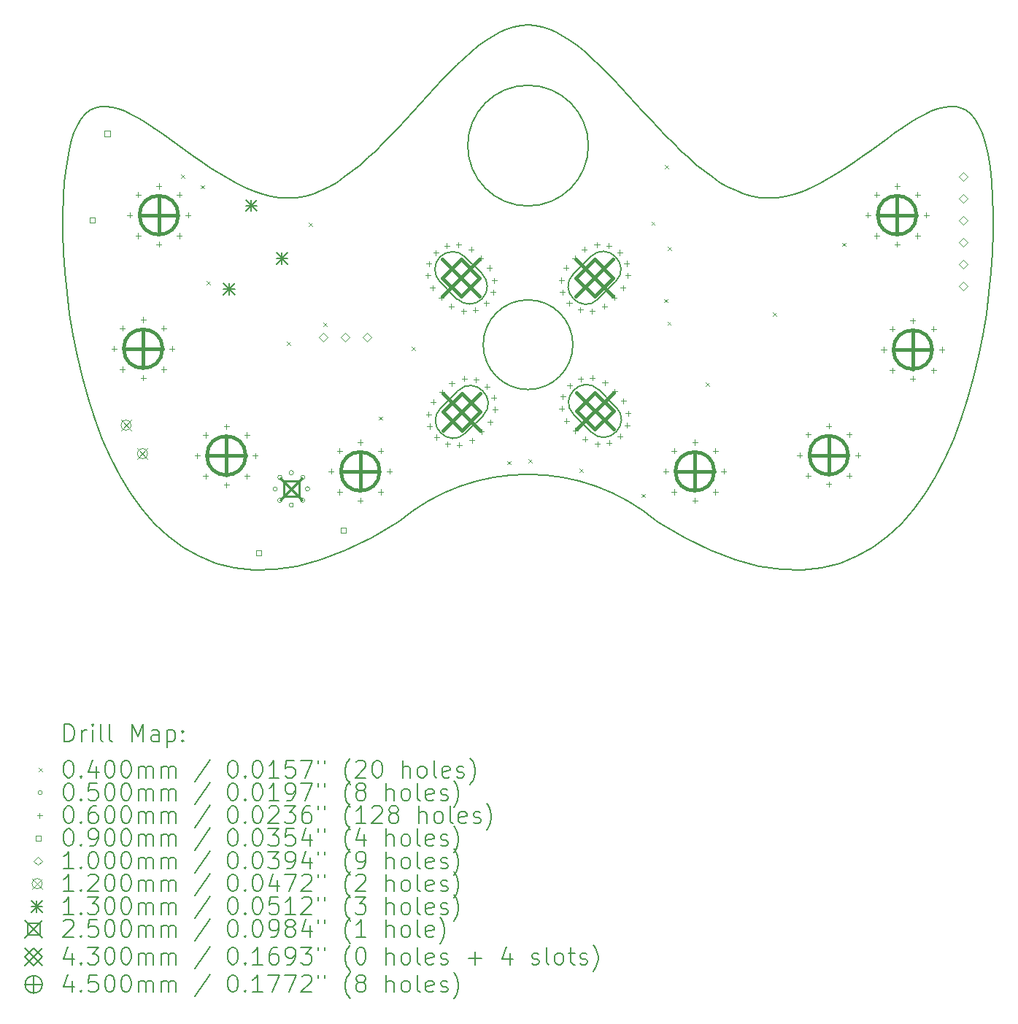
<source format=gbr>
%FSLAX45Y45*%
G04 Gerber Fmt 4.5, Leading zero omitted, Abs format (unit mm)*
G04 Created by KiCad (PCBNEW (6.0.1)) date 2022-01-29 22:44:22*
%MOMM*%
%LPD*%
G01*
G04 APERTURE LIST*
%TA.AperFunction,Profile*%
%ADD10C,0.200000*%
%TD*%
%ADD11C,0.200000*%
%ADD12C,0.040000*%
%ADD13C,0.050000*%
%ADD14C,0.060000*%
%ADD15C,0.090000*%
%ADD16C,0.100000*%
%ADD17C,0.120000*%
%ADD18C,0.130000*%
%ADD19C,0.250000*%
%ADD20C,0.430000*%
%ADD21C,0.450000*%
G04 APERTURE END LIST*
D10*
X16370002Y-12084376D02*
G75*
G03*
X13370000Y-12084376I-1500001J-1776141D01*
G01*
D11*
X9535670Y-7818400D02*
X9565570Y-7688276D01*
X9600641Y-7577675D01*
X9640686Y-7485588D01*
X9685510Y-7411004D01*
X9734919Y-7352916D01*
X9788716Y-7310312D01*
X9846706Y-7282185D01*
X9908694Y-7267523D01*
X9974485Y-7265319D01*
X10043883Y-7274562D01*
X10116692Y-7294243D01*
X10192719Y-7323352D01*
X10271766Y-7360881D01*
X10353639Y-7405819D01*
X10438143Y-7457158D01*
X10525081Y-7513887D01*
X10614260Y-7574998D01*
X10705482Y-7639481D01*
X10798554Y-7706326D01*
X10893279Y-7774524D01*
X10989463Y-7843066D01*
X11086910Y-7910941D01*
X11185424Y-7977142D01*
X11284810Y-8040658D01*
X11384873Y-8100479D01*
X11485418Y-8155597D01*
X11586249Y-8205002D01*
X11687171Y-8247684D01*
X11787989Y-8282635D01*
X11888506Y-8308844D01*
X11988528Y-8325302D01*
X12087860Y-8331000D01*
X13370000Y-12084376D02*
X13050238Y-12272567D01*
X12746963Y-12420362D01*
X12459816Y-12529726D01*
X12188439Y-12602624D01*
X11932472Y-12641021D01*
X11691557Y-12646884D01*
X11465335Y-12622177D01*
X11253448Y-12568867D01*
X11055536Y-12488918D01*
X10871241Y-12384295D01*
X10700204Y-12256965D01*
X10542067Y-12108893D01*
X10396469Y-11942045D01*
X10263054Y-11758385D01*
X10141462Y-11559879D01*
X10031334Y-11348493D01*
X9932311Y-11126192D01*
X9844035Y-10894942D01*
X9766147Y-10656708D01*
X9698289Y-10413455D01*
X9640100Y-10167149D01*
X9591224Y-9919755D01*
X9551300Y-9673239D01*
X9519970Y-9429567D01*
X9496876Y-9190703D01*
X9481658Y-8958614D01*
X9473958Y-8735264D01*
X9473418Y-8522619D01*
X9479677Y-8322645D01*
X9492378Y-8137307D01*
X9511162Y-7968570D01*
X9535670Y-7818400D01*
D10*
X15570000Y-7722100D02*
G75*
G03*
X15570000Y-7722100I-700000J0D01*
G01*
D11*
X14870000Y-6322100D02*
X14952224Y-6327862D01*
X15034478Y-6344660D01*
X15116792Y-6371756D01*
X15199196Y-6408416D01*
X15281722Y-6453903D01*
X15364397Y-6507483D01*
X15447254Y-6568419D01*
X15530322Y-6635976D01*
X15613631Y-6709419D01*
X15697211Y-6788011D01*
X15781092Y-6871017D01*
X15865305Y-6957702D01*
X15949880Y-7047330D01*
X16034846Y-7139164D01*
X16120234Y-7232470D01*
X16206075Y-7326512D01*
X16292398Y-7420555D01*
X16379233Y-7513862D01*
X16466610Y-7605698D01*
X16554560Y-7695327D01*
X16643113Y-7782015D01*
X16732299Y-7865024D01*
X16822148Y-7943620D01*
X16912691Y-8017067D01*
X17003956Y-8084629D01*
X17095975Y-8145571D01*
X17188778Y-8199157D01*
X17282394Y-8244651D01*
X17376854Y-8281318D01*
X17472189Y-8308423D01*
X17568427Y-8325228D01*
X17665600Y-8331000D01*
D10*
X15390000Y-10031300D02*
G75*
G03*
X15390000Y-10031300I-520000J0D01*
G01*
D11*
X20204300Y-7818400D02*
X20228811Y-7968570D01*
X20247597Y-8137307D01*
X20260301Y-8322645D01*
X20266562Y-8522619D01*
X20266024Y-8735264D01*
X20258326Y-8958614D01*
X20243110Y-9190703D01*
X20220017Y-9429567D01*
X20188689Y-9673239D01*
X20148767Y-9919755D01*
X20099891Y-10167149D01*
X20041704Y-10413455D01*
X19973847Y-10656708D01*
X19895960Y-10894942D01*
X19807685Y-11126192D01*
X19708663Y-11348493D01*
X19598535Y-11559879D01*
X19476944Y-11758385D01*
X19343529Y-11942045D01*
X19197932Y-12108893D01*
X19039795Y-12256965D01*
X18868759Y-12384295D01*
X18684464Y-12488918D01*
X18486552Y-12568867D01*
X18274665Y-12622177D01*
X18048444Y-12646884D01*
X17807529Y-12641021D01*
X17551563Y-12602624D01*
X17280185Y-12529726D01*
X16993039Y-12420362D01*
X16689764Y-12272567D01*
X16370002Y-12084376D01*
X12087860Y-8331000D02*
X12183810Y-8325228D01*
X12278902Y-8308423D01*
X12373164Y-8281318D01*
X12466623Y-8244651D01*
X12559307Y-8199157D01*
X12651244Y-8145571D01*
X12742462Y-8084629D01*
X12832988Y-8017067D01*
X12922849Y-7943620D01*
X13012074Y-7865024D01*
X13100690Y-7782015D01*
X13188725Y-7695327D01*
X13276207Y-7605698D01*
X13363163Y-7513862D01*
X13449620Y-7420555D01*
X13535607Y-7326512D01*
X13621152Y-7232470D01*
X13706281Y-7139164D01*
X13791023Y-7047330D01*
X13875405Y-6957702D01*
X13959455Y-6871017D01*
X14043200Y-6788011D01*
X14126669Y-6709419D01*
X14209888Y-6635976D01*
X14292887Y-6568419D01*
X14375691Y-6507483D01*
X14458330Y-6453903D01*
X14540830Y-6408416D01*
X14623219Y-6371756D01*
X14705526Y-6344660D01*
X14787777Y-6327862D01*
X14870000Y-6322100D01*
X17665600Y-8331000D02*
X17763709Y-8325302D01*
X17862585Y-8308844D01*
X17962030Y-8282635D01*
X18061847Y-8247684D01*
X18161838Y-8205002D01*
X18261805Y-8155597D01*
X18361549Y-8100479D01*
X18460873Y-8040658D01*
X18559580Y-7977142D01*
X18657471Y-7910941D01*
X18754349Y-7843066D01*
X18850016Y-7774524D01*
X18944273Y-7706326D01*
X19036924Y-7639481D01*
X19127769Y-7574998D01*
X19216613Y-7513887D01*
X19303255Y-7457158D01*
X19387499Y-7405819D01*
X19469147Y-7360881D01*
X19548001Y-7323352D01*
X19623864Y-7294243D01*
X19696536Y-7274562D01*
X19765821Y-7265319D01*
X19831520Y-7267523D01*
X19893437Y-7282185D01*
X19951372Y-7310312D01*
X20005128Y-7352916D01*
X20054507Y-7411004D01*
X20099312Y-7485588D01*
X20139344Y-7577675D01*
X20174406Y-7688276D01*
X20204300Y-7818400D01*
D12*
X10841560Y-8058670D02*
X10881560Y-8098670D01*
X10881560Y-8058670D02*
X10841560Y-8098670D01*
X11075550Y-8179800D02*
X11115550Y-8219800D01*
X11115550Y-8179800D02*
X11075550Y-8219800D01*
X11139100Y-9292710D02*
X11179100Y-9332710D01*
X11179100Y-9292710D02*
X11139100Y-9332710D01*
X12070730Y-9996170D02*
X12110730Y-10036170D01*
X12110730Y-9996170D02*
X12070730Y-10036170D01*
X12326160Y-8615330D02*
X12366160Y-8655330D01*
X12366160Y-8615330D02*
X12326160Y-8655330D01*
X12497170Y-9776380D02*
X12537170Y-9816380D01*
X12537170Y-9776380D02*
X12497170Y-9816380D01*
X13138000Y-10864640D02*
X13178000Y-10904640D01*
X13178000Y-10864640D02*
X13138000Y-10904640D01*
X13520740Y-10053870D02*
X13560740Y-10093870D01*
X13560740Y-10053870D02*
X13520740Y-10093870D01*
X14629310Y-11380410D02*
X14669310Y-11420410D01*
X14669310Y-11380410D02*
X14629310Y-11420410D01*
X14873800Y-11362610D02*
X14913800Y-11402610D01*
X14913800Y-11362610D02*
X14873800Y-11402610D01*
X15468720Y-11468170D02*
X15508720Y-11508170D01*
X15508720Y-11468170D02*
X15468720Y-11508170D01*
X16188210Y-11761370D02*
X16228210Y-11801370D01*
X16228210Y-11761370D02*
X16188210Y-11801370D01*
X16302040Y-8604570D02*
X16342040Y-8644570D01*
X16342040Y-8604570D02*
X16302040Y-8644570D01*
X16451900Y-9501940D02*
X16491900Y-9541940D01*
X16491900Y-9501940D02*
X16451900Y-9541940D01*
X16455620Y-7946780D02*
X16495620Y-7986780D01*
X16495620Y-7946780D02*
X16455620Y-7986780D01*
X16488140Y-9764770D02*
X16528140Y-9804770D01*
X16528140Y-9764770D02*
X16488140Y-9804770D01*
X16488970Y-8898820D02*
X16528970Y-8938820D01*
X16528970Y-8898820D02*
X16488970Y-8938820D01*
X16929420Y-10469630D02*
X16969420Y-10509630D01*
X16969420Y-10469630D02*
X16929420Y-10509630D01*
X17711980Y-9658690D02*
X17751980Y-9698690D01*
X17751980Y-9658690D02*
X17711980Y-9698690D01*
X18513090Y-8850520D02*
X18553090Y-8890520D01*
X18553090Y-8850520D02*
X18513090Y-8890520D01*
D13*
X11960920Y-11704320D02*
G75*
G03*
X11960920Y-11704320I-25000J0D01*
G01*
X12015837Y-11571737D02*
G75*
G03*
X12015837Y-11571737I-25000J0D01*
G01*
X12015837Y-11836902D02*
G75*
G03*
X12015837Y-11836902I-25000J0D01*
G01*
X12148420Y-11516820D02*
G75*
G03*
X12148420Y-11516820I-25000J0D01*
G01*
X12148420Y-11891820D02*
G75*
G03*
X12148420Y-11891820I-25000J0D01*
G01*
X12281002Y-11571737D02*
G75*
G03*
X12281002Y-11571737I-25000J0D01*
G01*
X12281002Y-11836902D02*
G75*
G03*
X12281002Y-11836902I-25000J0D01*
G01*
X12335920Y-11704320D02*
G75*
G03*
X12335920Y-11704320I-25000J0D01*
G01*
D14*
X10066340Y-10048720D02*
X10066340Y-10108720D01*
X10036340Y-10078720D02*
X10096340Y-10078720D01*
X10165192Y-9810072D02*
X10165192Y-9870072D01*
X10135192Y-9840072D02*
X10195192Y-9840072D01*
X10165192Y-10287369D02*
X10165192Y-10347369D01*
X10135192Y-10317369D02*
X10195192Y-10317369D01*
X10249220Y-8499320D02*
X10249220Y-8559320D01*
X10219220Y-8529320D02*
X10279220Y-8529320D01*
X10348072Y-8260671D02*
X10348072Y-8320671D01*
X10318072Y-8290671D02*
X10378072Y-8290671D01*
X10348072Y-8737969D02*
X10348072Y-8797969D01*
X10318072Y-8767969D02*
X10378072Y-8767969D01*
X10403840Y-9711220D02*
X10403840Y-9771220D01*
X10373840Y-9741220D02*
X10433840Y-9741220D01*
X10403840Y-10386220D02*
X10403840Y-10446220D01*
X10373840Y-10416220D02*
X10433840Y-10416220D01*
X10586720Y-8161820D02*
X10586720Y-8221820D01*
X10556720Y-8191820D02*
X10616720Y-8191820D01*
X10586720Y-8836820D02*
X10586720Y-8896820D01*
X10556720Y-8866820D02*
X10616720Y-8866820D01*
X10642489Y-9810072D02*
X10642489Y-9870072D01*
X10612489Y-9840072D02*
X10672489Y-9840072D01*
X10642489Y-10287369D02*
X10642489Y-10347369D01*
X10612489Y-10317369D02*
X10672489Y-10317369D01*
X10741340Y-10048720D02*
X10741340Y-10108720D01*
X10711340Y-10078720D02*
X10771340Y-10078720D01*
X10825369Y-8260671D02*
X10825369Y-8320671D01*
X10795369Y-8290671D02*
X10855369Y-8290671D01*
X10825369Y-8737969D02*
X10825369Y-8797969D01*
X10795369Y-8767969D02*
X10855369Y-8767969D01*
X10924220Y-8499320D02*
X10924220Y-8559320D01*
X10894220Y-8529320D02*
X10954220Y-8529320D01*
X11031540Y-11288240D02*
X11031540Y-11348240D01*
X11001540Y-11318240D02*
X11061540Y-11318240D01*
X11130392Y-11049592D02*
X11130392Y-11109592D01*
X11100392Y-11079592D02*
X11160392Y-11079592D01*
X11130392Y-11526888D02*
X11130392Y-11586888D01*
X11100392Y-11556888D02*
X11160392Y-11556888D01*
X11369040Y-10950740D02*
X11369040Y-11010740D01*
X11339040Y-10980740D02*
X11399040Y-10980740D01*
X11369040Y-11625740D02*
X11369040Y-11685740D01*
X11339040Y-11655740D02*
X11399040Y-11655740D01*
X11607688Y-11049592D02*
X11607688Y-11109592D01*
X11577688Y-11079592D02*
X11637688Y-11079592D01*
X11607688Y-11526888D02*
X11607688Y-11586888D01*
X11577688Y-11556888D02*
X11637688Y-11556888D01*
X11706540Y-11288240D02*
X11706540Y-11348240D01*
X11676540Y-11318240D02*
X11736540Y-11318240D01*
X12586020Y-11471120D02*
X12586020Y-11531120D01*
X12556020Y-11501120D02*
X12616020Y-11501120D01*
X12684871Y-11232471D02*
X12684871Y-11292471D01*
X12654871Y-11262471D02*
X12714871Y-11262471D01*
X12684871Y-11709768D02*
X12684871Y-11769768D01*
X12654871Y-11739768D02*
X12714871Y-11739768D01*
X12923520Y-11133620D02*
X12923520Y-11193620D01*
X12893520Y-11163620D02*
X12953520Y-11163620D01*
X12923520Y-11808620D02*
X12923520Y-11868620D01*
X12893520Y-11838620D02*
X12953520Y-11838620D01*
X13162168Y-11232471D02*
X13162168Y-11292471D01*
X13132168Y-11262471D02*
X13192168Y-11262471D01*
X13162168Y-11709768D02*
X13162168Y-11769768D01*
X13132168Y-11739768D02*
X13192168Y-11739768D01*
X13261020Y-11471120D02*
X13261020Y-11531120D01*
X13231020Y-11501120D02*
X13291020Y-11501120D01*
X13708073Y-9198436D02*
X13708073Y-9258436D01*
X13678073Y-9228436D02*
X13738073Y-9228436D01*
X13716453Y-10809344D02*
X13716453Y-10869344D01*
X13686453Y-10839344D02*
X13746453Y-10839344D01*
X13721508Y-9060409D02*
X13721508Y-9120409D01*
X13691508Y-9090409D02*
X13751508Y-9090409D01*
X13729888Y-10947371D02*
X13729888Y-11007371D01*
X13699888Y-10977371D02*
X13759888Y-10977371D01*
X13763581Y-9343040D02*
X13763581Y-9403040D01*
X13733581Y-9373040D02*
X13793581Y-9373040D01*
X13771961Y-10664740D02*
X13771961Y-10724740D01*
X13741961Y-10694740D02*
X13801961Y-10694740D01*
X13799361Y-8933201D02*
X13799361Y-8993201D01*
X13769361Y-8963201D02*
X13829361Y-8963201D01*
X13807741Y-11074579D02*
X13807741Y-11134579D01*
X13777741Y-11104579D02*
X13837741Y-11104579D01*
X13864768Y-9454692D02*
X13864768Y-9514692D01*
X13834768Y-9484692D02*
X13894768Y-9484692D01*
X13873148Y-10553088D02*
X13873148Y-10613088D01*
X13843148Y-10583088D02*
X13903148Y-10583088D01*
X13926569Y-8855348D02*
X13926569Y-8915348D01*
X13896569Y-8885348D02*
X13956569Y-8885348D01*
X13934949Y-11152432D02*
X13934949Y-11212432D01*
X13904949Y-11182432D02*
X13964949Y-11182432D01*
X13976420Y-9555879D02*
X13976420Y-9615879D01*
X13946420Y-9585879D02*
X14006420Y-9585879D01*
X13984800Y-10451901D02*
X13984800Y-10511901D01*
X13954800Y-10481901D02*
X14014800Y-10481901D01*
X14064596Y-8841913D02*
X14064596Y-8901913D01*
X14034596Y-8871913D02*
X14094596Y-8871913D01*
X14072976Y-11165867D02*
X14072976Y-11225867D01*
X14042976Y-11195867D02*
X14102976Y-11195867D01*
X14121024Y-9611387D02*
X14121024Y-9671387D01*
X14091024Y-9641387D02*
X14151024Y-9641387D01*
X14129404Y-10396393D02*
X14129404Y-10456393D01*
X14099404Y-10426393D02*
X14159404Y-10426393D01*
X14209200Y-8897421D02*
X14209200Y-8957421D01*
X14179200Y-8927421D02*
X14239200Y-8927421D01*
X14217580Y-11110359D02*
X14217580Y-11170359D01*
X14187580Y-11140359D02*
X14247580Y-11140359D01*
X14259051Y-9597952D02*
X14259051Y-9657952D01*
X14229051Y-9627952D02*
X14289051Y-9627952D01*
X14267431Y-10409828D02*
X14267431Y-10469828D01*
X14237431Y-10439828D02*
X14297431Y-10439828D01*
X14320852Y-8998608D02*
X14320852Y-9058608D01*
X14290852Y-9028608D02*
X14350852Y-9028608D01*
X14329232Y-11009172D02*
X14329232Y-11069172D01*
X14299232Y-11039172D02*
X14359232Y-11039172D01*
X14386259Y-9520099D02*
X14386259Y-9580099D01*
X14356259Y-9550099D02*
X14416259Y-9550099D01*
X14394639Y-10487681D02*
X14394639Y-10547681D01*
X14364639Y-10517681D02*
X14424639Y-10517681D01*
X14422039Y-9110260D02*
X14422039Y-9170260D01*
X14392039Y-9140260D02*
X14452039Y-9140260D01*
X14430419Y-10897520D02*
X14430419Y-10957520D01*
X14400419Y-10927520D02*
X14460419Y-10927520D01*
X14464112Y-9392891D02*
X14464112Y-9452891D01*
X14434112Y-9422891D02*
X14494112Y-9422891D01*
X14472492Y-10614889D02*
X14472492Y-10674889D01*
X14442492Y-10644889D02*
X14502492Y-10644889D01*
X14477547Y-9254864D02*
X14477547Y-9314864D01*
X14447547Y-9284864D02*
X14507547Y-9284864D01*
X14485927Y-10752916D02*
X14485927Y-10812916D01*
X14455927Y-10782916D02*
X14515927Y-10782916D01*
X15256583Y-9253974D02*
X15256583Y-9313974D01*
X15226583Y-9283974D02*
X15286583Y-9283974D01*
X15261663Y-10741866D02*
X15261663Y-10801866D01*
X15231663Y-10771866D02*
X15291663Y-10771866D01*
X15270018Y-9392001D02*
X15270018Y-9452001D01*
X15240018Y-9422001D02*
X15300018Y-9422001D01*
X15275098Y-10603839D02*
X15275098Y-10663839D01*
X15245098Y-10633839D02*
X15305098Y-10633839D01*
X15312091Y-9109370D02*
X15312091Y-9169370D01*
X15282091Y-9139370D02*
X15342091Y-9139370D01*
X15317171Y-10886470D02*
X15317171Y-10946470D01*
X15287171Y-10916470D02*
X15347171Y-10916470D01*
X15347871Y-9519209D02*
X15347871Y-9579209D01*
X15317871Y-9549209D02*
X15377871Y-9549209D01*
X15352951Y-10476631D02*
X15352951Y-10536631D01*
X15322951Y-10506631D02*
X15382951Y-10506631D01*
X15413278Y-8997718D02*
X15413278Y-9057718D01*
X15383278Y-9027718D02*
X15443278Y-9027718D01*
X15418358Y-10998122D02*
X15418358Y-11058122D01*
X15388358Y-11028122D02*
X15448358Y-11028122D01*
X15475079Y-9597062D02*
X15475079Y-9657062D01*
X15445079Y-9627062D02*
X15505079Y-9627062D01*
X15480159Y-10398778D02*
X15480159Y-10458778D01*
X15450159Y-10428778D02*
X15510159Y-10428778D01*
X15524930Y-8896531D02*
X15524930Y-8956531D01*
X15494930Y-8926531D02*
X15554930Y-8926531D01*
X15530010Y-11099309D02*
X15530010Y-11159309D01*
X15500010Y-11129309D02*
X15560010Y-11129309D01*
X15613106Y-9610497D02*
X15613106Y-9670497D01*
X15583106Y-9640497D02*
X15643106Y-9640497D01*
X15618186Y-10385343D02*
X15618186Y-10445343D01*
X15588186Y-10415343D02*
X15648186Y-10415343D01*
X15669534Y-8841023D02*
X15669534Y-8901023D01*
X15639534Y-8871023D02*
X15699534Y-8871023D01*
X15674614Y-11154817D02*
X15674614Y-11214817D01*
X15644614Y-11184817D02*
X15704614Y-11184817D01*
X15757710Y-9554989D02*
X15757710Y-9614989D01*
X15727710Y-9584989D02*
X15787710Y-9584989D01*
X15762790Y-10440851D02*
X15762790Y-10500851D01*
X15732790Y-10470851D02*
X15792790Y-10470851D01*
X15807561Y-8854458D02*
X15807561Y-8914458D01*
X15777561Y-8884458D02*
X15837561Y-8884458D01*
X15812641Y-11141382D02*
X15812641Y-11201382D01*
X15782641Y-11171382D02*
X15842641Y-11171382D01*
X15869362Y-9453802D02*
X15869362Y-9513802D01*
X15839362Y-9483802D02*
X15899362Y-9483802D01*
X15874442Y-10542038D02*
X15874442Y-10602038D01*
X15844442Y-10572038D02*
X15904442Y-10572038D01*
X15934769Y-8932311D02*
X15934769Y-8992311D01*
X15904769Y-8962311D02*
X15964769Y-8962311D01*
X15939849Y-11063529D02*
X15939849Y-11123529D01*
X15909849Y-11093529D02*
X15969849Y-11093529D01*
X15970549Y-9342150D02*
X15970549Y-9402150D01*
X15940549Y-9372150D02*
X16000549Y-9372150D01*
X15975629Y-10653690D02*
X15975629Y-10713690D01*
X15945629Y-10683690D02*
X16005629Y-10683690D01*
X16012622Y-9059519D02*
X16012622Y-9119519D01*
X15982622Y-9089519D02*
X16042622Y-9089519D01*
X16017702Y-10936321D02*
X16017702Y-10996321D01*
X15987702Y-10966321D02*
X16047702Y-10966321D01*
X16026057Y-9197546D02*
X16026057Y-9257546D01*
X15996057Y-9227546D02*
X16056057Y-9227546D01*
X16031137Y-10798294D02*
X16031137Y-10858294D01*
X16001137Y-10828294D02*
X16061137Y-10828294D01*
X16467140Y-11471120D02*
X16467140Y-11531120D01*
X16437140Y-11501120D02*
X16497140Y-11501120D01*
X16565991Y-11232471D02*
X16565991Y-11292471D01*
X16535991Y-11262471D02*
X16595991Y-11262471D01*
X16565991Y-11709768D02*
X16565991Y-11769768D01*
X16535991Y-11739768D02*
X16595991Y-11739768D01*
X16804640Y-11133620D02*
X16804640Y-11193620D01*
X16774640Y-11163620D02*
X16834640Y-11163620D01*
X16804640Y-11808620D02*
X16804640Y-11868620D01*
X16774640Y-11838620D02*
X16834640Y-11838620D01*
X17043289Y-11232471D02*
X17043289Y-11292471D01*
X17013289Y-11262471D02*
X17073289Y-11262471D01*
X17043289Y-11709768D02*
X17043289Y-11769768D01*
X17013289Y-11739768D02*
X17073289Y-11739768D01*
X17142140Y-11471120D02*
X17142140Y-11531120D01*
X17112140Y-11501120D02*
X17172140Y-11501120D01*
X18021620Y-11283160D02*
X18021620Y-11343160D01*
X17991620Y-11313160D02*
X18051620Y-11313160D01*
X18120472Y-11044512D02*
X18120472Y-11104512D01*
X18090472Y-11074512D02*
X18150472Y-11074512D01*
X18120472Y-11521808D02*
X18120472Y-11581808D01*
X18090472Y-11551808D02*
X18150472Y-11551808D01*
X18359120Y-10945660D02*
X18359120Y-11005660D01*
X18329120Y-10975660D02*
X18389120Y-10975660D01*
X18359120Y-11620660D02*
X18359120Y-11680660D01*
X18329120Y-11650660D02*
X18389120Y-11650660D01*
X18597769Y-11044512D02*
X18597769Y-11104512D01*
X18567769Y-11074512D02*
X18627769Y-11074512D01*
X18597769Y-11521808D02*
X18597769Y-11581808D01*
X18567769Y-11551808D02*
X18627769Y-11551808D01*
X18696620Y-11283160D02*
X18696620Y-11343160D01*
X18666620Y-11313160D02*
X18726620Y-11313160D01*
X18814100Y-8499320D02*
X18814100Y-8559320D01*
X18784100Y-8529320D02*
X18844100Y-8529320D01*
X18912952Y-8260671D02*
X18912952Y-8320671D01*
X18882952Y-8290671D02*
X18942952Y-8290671D01*
X18912952Y-8737969D02*
X18912952Y-8797969D01*
X18882952Y-8767969D02*
X18942952Y-8767969D01*
X18996980Y-10058880D02*
X18996980Y-10118880D01*
X18966980Y-10088880D02*
X19026980Y-10088880D01*
X19095832Y-9820232D02*
X19095832Y-9880232D01*
X19065832Y-9850232D02*
X19125832Y-9850232D01*
X19095832Y-10297529D02*
X19095832Y-10357529D01*
X19065832Y-10327529D02*
X19125832Y-10327529D01*
X19151600Y-8161820D02*
X19151600Y-8221820D01*
X19121600Y-8191820D02*
X19181600Y-8191820D01*
X19151600Y-8836820D02*
X19151600Y-8896820D01*
X19121600Y-8866820D02*
X19181600Y-8866820D01*
X19334480Y-9721380D02*
X19334480Y-9781380D01*
X19304480Y-9751380D02*
X19364480Y-9751380D01*
X19334480Y-10396380D02*
X19334480Y-10456380D01*
X19304480Y-10426380D02*
X19364480Y-10426380D01*
X19390249Y-8260671D02*
X19390249Y-8320671D01*
X19360249Y-8290671D02*
X19420249Y-8290671D01*
X19390249Y-8737969D02*
X19390249Y-8797969D01*
X19360249Y-8767969D02*
X19420249Y-8767969D01*
X19489100Y-8499320D02*
X19489100Y-8559320D01*
X19459100Y-8529320D02*
X19519100Y-8529320D01*
X19573129Y-9820232D02*
X19573129Y-9880232D01*
X19543129Y-9850232D02*
X19603129Y-9850232D01*
X19573129Y-10297529D02*
X19573129Y-10357529D01*
X19543129Y-10327529D02*
X19603129Y-10327529D01*
X19671980Y-10058880D02*
X19671980Y-10118880D01*
X19641980Y-10088880D02*
X19701980Y-10088880D01*
D15*
X9844524Y-8616925D02*
X9844524Y-8553285D01*
X9780883Y-8553285D01*
X9780883Y-8616925D01*
X9844524Y-8616925D01*
X10020950Y-7616360D02*
X10020950Y-7552720D01*
X9957310Y-7552720D01*
X9957310Y-7616360D01*
X10020950Y-7616360D01*
X11776309Y-12479760D02*
X11776309Y-12416120D01*
X11712669Y-12416120D01*
X11712669Y-12479760D01*
X11776309Y-12479760D01*
X12757690Y-12216800D02*
X12757690Y-12153160D01*
X12694050Y-12153160D01*
X12694050Y-12216800D01*
X12757690Y-12216800D01*
D16*
X12492760Y-9994060D02*
X12542760Y-9944060D01*
X12492760Y-9894060D01*
X12442760Y-9944060D01*
X12492760Y-9994060D01*
X12746760Y-9994060D02*
X12796760Y-9944060D01*
X12746760Y-9894060D01*
X12696760Y-9944060D01*
X12746760Y-9994060D01*
X13000760Y-9994060D02*
X13050760Y-9944060D01*
X13000760Y-9894060D01*
X12950760Y-9944060D01*
X13000760Y-9994060D01*
X19921260Y-8129780D02*
X19971260Y-8079780D01*
X19921260Y-8029780D01*
X19871260Y-8079780D01*
X19921260Y-8129780D01*
X19921260Y-8383780D02*
X19971260Y-8333780D01*
X19921260Y-8283780D01*
X19871260Y-8333780D01*
X19921260Y-8383780D01*
X19921260Y-8637780D02*
X19971260Y-8587780D01*
X19921260Y-8537780D01*
X19871260Y-8587780D01*
X19921260Y-8637780D01*
X19921260Y-8891780D02*
X19971260Y-8841780D01*
X19921260Y-8791780D01*
X19871260Y-8841780D01*
X19921260Y-8891780D01*
X19921260Y-9145780D02*
X19971260Y-9095780D01*
X19921260Y-9045780D01*
X19871260Y-9095780D01*
X19921260Y-9145780D01*
X19921260Y-9399780D02*
X19971260Y-9349780D01*
X19921260Y-9299780D01*
X19871260Y-9349780D01*
X19921260Y-9399780D01*
D17*
X10146200Y-10905280D02*
X10266200Y-11025280D01*
X10266200Y-10905280D02*
X10146200Y-11025280D01*
X10266200Y-10965280D02*
G75*
G03*
X10266200Y-10965280I-60000J0D01*
G01*
X10336700Y-11235236D02*
X10456700Y-11355236D01*
X10456700Y-11235236D02*
X10336700Y-11355236D01*
X10456700Y-11295236D02*
G75*
G03*
X10456700Y-11295236I-60000J0D01*
G01*
D18*
X11336450Y-9320053D02*
X11466450Y-9450053D01*
X11466450Y-9320053D02*
X11336450Y-9450053D01*
X11401450Y-9320053D02*
X11401450Y-9450053D01*
X11336450Y-9385053D02*
X11466450Y-9385053D01*
X11595269Y-8354127D02*
X11725269Y-8484127D01*
X11725269Y-8354127D02*
X11595269Y-8484127D01*
X11660269Y-8354127D02*
X11660269Y-8484127D01*
X11595269Y-8419127D02*
X11725269Y-8419127D01*
X11948823Y-8966500D02*
X12078823Y-9096500D01*
X12078823Y-8966500D02*
X11948823Y-9096500D01*
X12013823Y-8966500D02*
X12013823Y-9096500D01*
X11948823Y-9031500D02*
X12078823Y-9031500D01*
D19*
X11998420Y-11579320D02*
X12248420Y-11829320D01*
X12248420Y-11579320D02*
X11998420Y-11829320D01*
X12211809Y-11792709D02*
X12211809Y-11615931D01*
X12035031Y-11615931D01*
X12035031Y-11792709D01*
X12211809Y-11792709D01*
D20*
X13877810Y-9041650D02*
X14307810Y-9471650D01*
X14307810Y-9041650D02*
X13877810Y-9471650D01*
X14092810Y-9471650D02*
X14307810Y-9256650D01*
X14092810Y-9041650D01*
X13877810Y-9256650D01*
X14092810Y-9471650D01*
D11*
X13848858Y-9302612D02*
X14046848Y-9500602D01*
X14138772Y-9012698D02*
X14336762Y-9210688D01*
X14046848Y-9500602D02*
G75*
G03*
X14336762Y-9210688I144957J144957D01*
G01*
X14138772Y-9012698D02*
G75*
G03*
X13848858Y-9302612I-144957J-144957D01*
G01*
D20*
X13886190Y-10596130D02*
X14316190Y-11026130D01*
X14316190Y-10596130D02*
X13886190Y-11026130D01*
X14101190Y-11026130D02*
X14316190Y-10811130D01*
X14101190Y-10596130D01*
X13886190Y-10811130D01*
X14101190Y-11026130D01*
D11*
X14055228Y-10567178D02*
X13857238Y-10765168D01*
X14345142Y-10857092D02*
X14147152Y-11055082D01*
X13857238Y-10765168D02*
G75*
G03*
X14147152Y-11055082I144957J-144957D01*
G01*
X14345142Y-10857092D02*
G75*
G03*
X14055228Y-10567178I-144957J144957D01*
G01*
D20*
X15426320Y-9040760D02*
X15856320Y-9470760D01*
X15856320Y-9040760D02*
X15426320Y-9470760D01*
X15641320Y-9470760D02*
X15856320Y-9255760D01*
X15641320Y-9040760D01*
X15426320Y-9255760D01*
X15641320Y-9470760D01*
D11*
X15687282Y-9499712D02*
X15885272Y-9301722D01*
X15397368Y-9209798D02*
X15595358Y-9011808D01*
X15885272Y-9301722D02*
G75*
G03*
X15595358Y-9011808I-144957J144957D01*
G01*
X15397368Y-9209798D02*
G75*
G03*
X15687282Y-9499712I144957J-144957D01*
G01*
D20*
X15431400Y-10585080D02*
X15861400Y-11015080D01*
X15861400Y-10585080D02*
X15431400Y-11015080D01*
X15646400Y-11015080D02*
X15861400Y-10800080D01*
X15646400Y-10585080D01*
X15431400Y-10800080D01*
X15646400Y-11015080D01*
D11*
X15890352Y-10754118D02*
X15692362Y-10556128D01*
X15600438Y-11044032D02*
X15402448Y-10846042D01*
X15692362Y-10556128D02*
G75*
G03*
X15402448Y-10846042I-144957J-144957D01*
G01*
X15600438Y-11044032D02*
G75*
G03*
X15890352Y-10754118I144957J144957D01*
G01*
D21*
X10403840Y-9853720D02*
X10403840Y-10303720D01*
X10178840Y-10078720D02*
X10628840Y-10078720D01*
X10628840Y-10078720D02*
G75*
G03*
X10628840Y-10078720I-225000J0D01*
G01*
X10586720Y-8304320D02*
X10586720Y-8754320D01*
X10361720Y-8529320D02*
X10811720Y-8529320D01*
X10811720Y-8529320D02*
G75*
G03*
X10811720Y-8529320I-225000J0D01*
G01*
X11369040Y-11093240D02*
X11369040Y-11543240D01*
X11144040Y-11318240D02*
X11594040Y-11318240D01*
X11594040Y-11318240D02*
G75*
G03*
X11594040Y-11318240I-225000J0D01*
G01*
X12923520Y-11276120D02*
X12923520Y-11726120D01*
X12698520Y-11501120D02*
X13148520Y-11501120D01*
X13148520Y-11501120D02*
G75*
G03*
X13148520Y-11501120I-225000J0D01*
G01*
X16804640Y-11276120D02*
X16804640Y-11726120D01*
X16579640Y-11501120D02*
X17029640Y-11501120D01*
X17029640Y-11501120D02*
G75*
G03*
X17029640Y-11501120I-225000J0D01*
G01*
X18359120Y-11088160D02*
X18359120Y-11538160D01*
X18134120Y-11313160D02*
X18584120Y-11313160D01*
X18584120Y-11313160D02*
G75*
G03*
X18584120Y-11313160I-225000J0D01*
G01*
X19151600Y-8304320D02*
X19151600Y-8754320D01*
X18926600Y-8529320D02*
X19376600Y-8529320D01*
X19376600Y-8529320D02*
G75*
G03*
X19376600Y-8529320I-225000J0D01*
G01*
X19334480Y-9863880D02*
X19334480Y-10313880D01*
X19109480Y-10088880D02*
X19559480Y-10088880D01*
X19559480Y-10088880D02*
G75*
G03*
X19559480Y-10088880I-225000J0D01*
G01*
D11*
X9492619Y-14634666D02*
X9492619Y-14434666D01*
X9540238Y-14434666D01*
X9568810Y-14444190D01*
X9587857Y-14463238D01*
X9597381Y-14482285D01*
X9606905Y-14520380D01*
X9606905Y-14548952D01*
X9597381Y-14587047D01*
X9587857Y-14606095D01*
X9568810Y-14625142D01*
X9540238Y-14634666D01*
X9492619Y-14634666D01*
X9692619Y-14634666D02*
X9692619Y-14501333D01*
X9692619Y-14539428D02*
X9702143Y-14520380D01*
X9711667Y-14510857D01*
X9730714Y-14501333D01*
X9749762Y-14501333D01*
X9816429Y-14634666D02*
X9816429Y-14501333D01*
X9816429Y-14434666D02*
X9806905Y-14444190D01*
X9816429Y-14453714D01*
X9825952Y-14444190D01*
X9816429Y-14434666D01*
X9816429Y-14453714D01*
X9940238Y-14634666D02*
X9921190Y-14625142D01*
X9911667Y-14606095D01*
X9911667Y-14434666D01*
X10045000Y-14634666D02*
X10025952Y-14625142D01*
X10016429Y-14606095D01*
X10016429Y-14434666D01*
X10273571Y-14634666D02*
X10273571Y-14434666D01*
X10340238Y-14577523D01*
X10406905Y-14434666D01*
X10406905Y-14634666D01*
X10587857Y-14634666D02*
X10587857Y-14529904D01*
X10578333Y-14510857D01*
X10559286Y-14501333D01*
X10521190Y-14501333D01*
X10502143Y-14510857D01*
X10587857Y-14625142D02*
X10568810Y-14634666D01*
X10521190Y-14634666D01*
X10502143Y-14625142D01*
X10492619Y-14606095D01*
X10492619Y-14587047D01*
X10502143Y-14567999D01*
X10521190Y-14558476D01*
X10568810Y-14558476D01*
X10587857Y-14548952D01*
X10683095Y-14501333D02*
X10683095Y-14701333D01*
X10683095Y-14510857D02*
X10702143Y-14501333D01*
X10740238Y-14501333D01*
X10759286Y-14510857D01*
X10768810Y-14520380D01*
X10778333Y-14539428D01*
X10778333Y-14596571D01*
X10768810Y-14615618D01*
X10759286Y-14625142D01*
X10740238Y-14634666D01*
X10702143Y-14634666D01*
X10683095Y-14625142D01*
X10864048Y-14615618D02*
X10873571Y-14625142D01*
X10864048Y-14634666D01*
X10854524Y-14625142D01*
X10864048Y-14615618D01*
X10864048Y-14634666D01*
X10864048Y-14510857D02*
X10873571Y-14520380D01*
X10864048Y-14529904D01*
X10854524Y-14520380D01*
X10864048Y-14510857D01*
X10864048Y-14529904D01*
D12*
X9195000Y-14944190D02*
X9235000Y-14984190D01*
X9235000Y-14944190D02*
X9195000Y-14984190D01*
D11*
X9530714Y-14854666D02*
X9549762Y-14854666D01*
X9568810Y-14864190D01*
X9578333Y-14873714D01*
X9587857Y-14892761D01*
X9597381Y-14930857D01*
X9597381Y-14978476D01*
X9587857Y-15016571D01*
X9578333Y-15035618D01*
X9568810Y-15045142D01*
X9549762Y-15054666D01*
X9530714Y-15054666D01*
X9511667Y-15045142D01*
X9502143Y-15035618D01*
X9492619Y-15016571D01*
X9483095Y-14978476D01*
X9483095Y-14930857D01*
X9492619Y-14892761D01*
X9502143Y-14873714D01*
X9511667Y-14864190D01*
X9530714Y-14854666D01*
X9683095Y-15035618D02*
X9692619Y-15045142D01*
X9683095Y-15054666D01*
X9673571Y-15045142D01*
X9683095Y-15035618D01*
X9683095Y-15054666D01*
X9864048Y-14921333D02*
X9864048Y-15054666D01*
X9816429Y-14845142D02*
X9768810Y-14987999D01*
X9892619Y-14987999D01*
X10006905Y-14854666D02*
X10025952Y-14854666D01*
X10045000Y-14864190D01*
X10054524Y-14873714D01*
X10064048Y-14892761D01*
X10073571Y-14930857D01*
X10073571Y-14978476D01*
X10064048Y-15016571D01*
X10054524Y-15035618D01*
X10045000Y-15045142D01*
X10025952Y-15054666D01*
X10006905Y-15054666D01*
X9987857Y-15045142D01*
X9978333Y-15035618D01*
X9968810Y-15016571D01*
X9959286Y-14978476D01*
X9959286Y-14930857D01*
X9968810Y-14892761D01*
X9978333Y-14873714D01*
X9987857Y-14864190D01*
X10006905Y-14854666D01*
X10197381Y-14854666D02*
X10216429Y-14854666D01*
X10235476Y-14864190D01*
X10245000Y-14873714D01*
X10254524Y-14892761D01*
X10264048Y-14930857D01*
X10264048Y-14978476D01*
X10254524Y-15016571D01*
X10245000Y-15035618D01*
X10235476Y-15045142D01*
X10216429Y-15054666D01*
X10197381Y-15054666D01*
X10178333Y-15045142D01*
X10168810Y-15035618D01*
X10159286Y-15016571D01*
X10149762Y-14978476D01*
X10149762Y-14930857D01*
X10159286Y-14892761D01*
X10168810Y-14873714D01*
X10178333Y-14864190D01*
X10197381Y-14854666D01*
X10349762Y-15054666D02*
X10349762Y-14921333D01*
X10349762Y-14940380D02*
X10359286Y-14930857D01*
X10378333Y-14921333D01*
X10406905Y-14921333D01*
X10425952Y-14930857D01*
X10435476Y-14949904D01*
X10435476Y-15054666D01*
X10435476Y-14949904D02*
X10445000Y-14930857D01*
X10464048Y-14921333D01*
X10492619Y-14921333D01*
X10511667Y-14930857D01*
X10521190Y-14949904D01*
X10521190Y-15054666D01*
X10616429Y-15054666D02*
X10616429Y-14921333D01*
X10616429Y-14940380D02*
X10625952Y-14930857D01*
X10645000Y-14921333D01*
X10673571Y-14921333D01*
X10692619Y-14930857D01*
X10702143Y-14949904D01*
X10702143Y-15054666D01*
X10702143Y-14949904D02*
X10711667Y-14930857D01*
X10730714Y-14921333D01*
X10759286Y-14921333D01*
X10778333Y-14930857D01*
X10787857Y-14949904D01*
X10787857Y-15054666D01*
X11178333Y-14845142D02*
X11006905Y-15102285D01*
X11435476Y-14854666D02*
X11454524Y-14854666D01*
X11473571Y-14864190D01*
X11483095Y-14873714D01*
X11492619Y-14892761D01*
X11502143Y-14930857D01*
X11502143Y-14978476D01*
X11492619Y-15016571D01*
X11483095Y-15035618D01*
X11473571Y-15045142D01*
X11454524Y-15054666D01*
X11435476Y-15054666D01*
X11416428Y-15045142D01*
X11406905Y-15035618D01*
X11397381Y-15016571D01*
X11387857Y-14978476D01*
X11387857Y-14930857D01*
X11397381Y-14892761D01*
X11406905Y-14873714D01*
X11416428Y-14864190D01*
X11435476Y-14854666D01*
X11587857Y-15035618D02*
X11597381Y-15045142D01*
X11587857Y-15054666D01*
X11578333Y-15045142D01*
X11587857Y-15035618D01*
X11587857Y-15054666D01*
X11721190Y-14854666D02*
X11740238Y-14854666D01*
X11759286Y-14864190D01*
X11768809Y-14873714D01*
X11778333Y-14892761D01*
X11787857Y-14930857D01*
X11787857Y-14978476D01*
X11778333Y-15016571D01*
X11768809Y-15035618D01*
X11759286Y-15045142D01*
X11740238Y-15054666D01*
X11721190Y-15054666D01*
X11702143Y-15045142D01*
X11692619Y-15035618D01*
X11683095Y-15016571D01*
X11673571Y-14978476D01*
X11673571Y-14930857D01*
X11683095Y-14892761D01*
X11692619Y-14873714D01*
X11702143Y-14864190D01*
X11721190Y-14854666D01*
X11978333Y-15054666D02*
X11864048Y-15054666D01*
X11921190Y-15054666D02*
X11921190Y-14854666D01*
X11902143Y-14883238D01*
X11883095Y-14902285D01*
X11864048Y-14911809D01*
X12159286Y-14854666D02*
X12064048Y-14854666D01*
X12054524Y-14949904D01*
X12064048Y-14940380D01*
X12083095Y-14930857D01*
X12130714Y-14930857D01*
X12149762Y-14940380D01*
X12159286Y-14949904D01*
X12168809Y-14968952D01*
X12168809Y-15016571D01*
X12159286Y-15035618D01*
X12149762Y-15045142D01*
X12130714Y-15054666D01*
X12083095Y-15054666D01*
X12064048Y-15045142D01*
X12054524Y-15035618D01*
X12235476Y-14854666D02*
X12368809Y-14854666D01*
X12283095Y-15054666D01*
X12435476Y-14854666D02*
X12435476Y-14892761D01*
X12511667Y-14854666D02*
X12511667Y-14892761D01*
X12806905Y-15130857D02*
X12797381Y-15121333D01*
X12778333Y-15092761D01*
X12768809Y-15073714D01*
X12759286Y-15045142D01*
X12749762Y-14997523D01*
X12749762Y-14959428D01*
X12759286Y-14911809D01*
X12768809Y-14883238D01*
X12778333Y-14864190D01*
X12797381Y-14835618D01*
X12806905Y-14826095D01*
X12873571Y-14873714D02*
X12883095Y-14864190D01*
X12902143Y-14854666D01*
X12949762Y-14854666D01*
X12968809Y-14864190D01*
X12978333Y-14873714D01*
X12987857Y-14892761D01*
X12987857Y-14911809D01*
X12978333Y-14940380D01*
X12864048Y-15054666D01*
X12987857Y-15054666D01*
X13111667Y-14854666D02*
X13130714Y-14854666D01*
X13149762Y-14864190D01*
X13159286Y-14873714D01*
X13168809Y-14892761D01*
X13178333Y-14930857D01*
X13178333Y-14978476D01*
X13168809Y-15016571D01*
X13159286Y-15035618D01*
X13149762Y-15045142D01*
X13130714Y-15054666D01*
X13111667Y-15054666D01*
X13092619Y-15045142D01*
X13083095Y-15035618D01*
X13073571Y-15016571D01*
X13064048Y-14978476D01*
X13064048Y-14930857D01*
X13073571Y-14892761D01*
X13083095Y-14873714D01*
X13092619Y-14864190D01*
X13111667Y-14854666D01*
X13416428Y-15054666D02*
X13416428Y-14854666D01*
X13502143Y-15054666D02*
X13502143Y-14949904D01*
X13492619Y-14930857D01*
X13473571Y-14921333D01*
X13445000Y-14921333D01*
X13425952Y-14930857D01*
X13416428Y-14940380D01*
X13625952Y-15054666D02*
X13606905Y-15045142D01*
X13597381Y-15035618D01*
X13587857Y-15016571D01*
X13587857Y-14959428D01*
X13597381Y-14940380D01*
X13606905Y-14930857D01*
X13625952Y-14921333D01*
X13654524Y-14921333D01*
X13673571Y-14930857D01*
X13683095Y-14940380D01*
X13692619Y-14959428D01*
X13692619Y-15016571D01*
X13683095Y-15035618D01*
X13673571Y-15045142D01*
X13654524Y-15054666D01*
X13625952Y-15054666D01*
X13806905Y-15054666D02*
X13787857Y-15045142D01*
X13778333Y-15026095D01*
X13778333Y-14854666D01*
X13959286Y-15045142D02*
X13940238Y-15054666D01*
X13902143Y-15054666D01*
X13883095Y-15045142D01*
X13873571Y-15026095D01*
X13873571Y-14949904D01*
X13883095Y-14930857D01*
X13902143Y-14921333D01*
X13940238Y-14921333D01*
X13959286Y-14930857D01*
X13968809Y-14949904D01*
X13968809Y-14968952D01*
X13873571Y-14987999D01*
X14045000Y-15045142D02*
X14064048Y-15054666D01*
X14102143Y-15054666D01*
X14121190Y-15045142D01*
X14130714Y-15026095D01*
X14130714Y-15016571D01*
X14121190Y-14997523D01*
X14102143Y-14987999D01*
X14073571Y-14987999D01*
X14054524Y-14978476D01*
X14045000Y-14959428D01*
X14045000Y-14949904D01*
X14054524Y-14930857D01*
X14073571Y-14921333D01*
X14102143Y-14921333D01*
X14121190Y-14930857D01*
X14197381Y-15130857D02*
X14206905Y-15121333D01*
X14225952Y-15092761D01*
X14235476Y-15073714D01*
X14245000Y-15045142D01*
X14254524Y-14997523D01*
X14254524Y-14959428D01*
X14245000Y-14911809D01*
X14235476Y-14883238D01*
X14225952Y-14864190D01*
X14206905Y-14835618D01*
X14197381Y-14826095D01*
D13*
X9235000Y-15228190D02*
G75*
G03*
X9235000Y-15228190I-25000J0D01*
G01*
D11*
X9530714Y-15118666D02*
X9549762Y-15118666D01*
X9568810Y-15128190D01*
X9578333Y-15137714D01*
X9587857Y-15156761D01*
X9597381Y-15194857D01*
X9597381Y-15242476D01*
X9587857Y-15280571D01*
X9578333Y-15299618D01*
X9568810Y-15309142D01*
X9549762Y-15318666D01*
X9530714Y-15318666D01*
X9511667Y-15309142D01*
X9502143Y-15299618D01*
X9492619Y-15280571D01*
X9483095Y-15242476D01*
X9483095Y-15194857D01*
X9492619Y-15156761D01*
X9502143Y-15137714D01*
X9511667Y-15128190D01*
X9530714Y-15118666D01*
X9683095Y-15299618D02*
X9692619Y-15309142D01*
X9683095Y-15318666D01*
X9673571Y-15309142D01*
X9683095Y-15299618D01*
X9683095Y-15318666D01*
X9873571Y-15118666D02*
X9778333Y-15118666D01*
X9768810Y-15213904D01*
X9778333Y-15204380D01*
X9797381Y-15194857D01*
X9845000Y-15194857D01*
X9864048Y-15204380D01*
X9873571Y-15213904D01*
X9883095Y-15232952D01*
X9883095Y-15280571D01*
X9873571Y-15299618D01*
X9864048Y-15309142D01*
X9845000Y-15318666D01*
X9797381Y-15318666D01*
X9778333Y-15309142D01*
X9768810Y-15299618D01*
X10006905Y-15118666D02*
X10025952Y-15118666D01*
X10045000Y-15128190D01*
X10054524Y-15137714D01*
X10064048Y-15156761D01*
X10073571Y-15194857D01*
X10073571Y-15242476D01*
X10064048Y-15280571D01*
X10054524Y-15299618D01*
X10045000Y-15309142D01*
X10025952Y-15318666D01*
X10006905Y-15318666D01*
X9987857Y-15309142D01*
X9978333Y-15299618D01*
X9968810Y-15280571D01*
X9959286Y-15242476D01*
X9959286Y-15194857D01*
X9968810Y-15156761D01*
X9978333Y-15137714D01*
X9987857Y-15128190D01*
X10006905Y-15118666D01*
X10197381Y-15118666D02*
X10216429Y-15118666D01*
X10235476Y-15128190D01*
X10245000Y-15137714D01*
X10254524Y-15156761D01*
X10264048Y-15194857D01*
X10264048Y-15242476D01*
X10254524Y-15280571D01*
X10245000Y-15299618D01*
X10235476Y-15309142D01*
X10216429Y-15318666D01*
X10197381Y-15318666D01*
X10178333Y-15309142D01*
X10168810Y-15299618D01*
X10159286Y-15280571D01*
X10149762Y-15242476D01*
X10149762Y-15194857D01*
X10159286Y-15156761D01*
X10168810Y-15137714D01*
X10178333Y-15128190D01*
X10197381Y-15118666D01*
X10349762Y-15318666D02*
X10349762Y-15185333D01*
X10349762Y-15204380D02*
X10359286Y-15194857D01*
X10378333Y-15185333D01*
X10406905Y-15185333D01*
X10425952Y-15194857D01*
X10435476Y-15213904D01*
X10435476Y-15318666D01*
X10435476Y-15213904D02*
X10445000Y-15194857D01*
X10464048Y-15185333D01*
X10492619Y-15185333D01*
X10511667Y-15194857D01*
X10521190Y-15213904D01*
X10521190Y-15318666D01*
X10616429Y-15318666D02*
X10616429Y-15185333D01*
X10616429Y-15204380D02*
X10625952Y-15194857D01*
X10645000Y-15185333D01*
X10673571Y-15185333D01*
X10692619Y-15194857D01*
X10702143Y-15213904D01*
X10702143Y-15318666D01*
X10702143Y-15213904D02*
X10711667Y-15194857D01*
X10730714Y-15185333D01*
X10759286Y-15185333D01*
X10778333Y-15194857D01*
X10787857Y-15213904D01*
X10787857Y-15318666D01*
X11178333Y-15109142D02*
X11006905Y-15366285D01*
X11435476Y-15118666D02*
X11454524Y-15118666D01*
X11473571Y-15128190D01*
X11483095Y-15137714D01*
X11492619Y-15156761D01*
X11502143Y-15194857D01*
X11502143Y-15242476D01*
X11492619Y-15280571D01*
X11483095Y-15299618D01*
X11473571Y-15309142D01*
X11454524Y-15318666D01*
X11435476Y-15318666D01*
X11416428Y-15309142D01*
X11406905Y-15299618D01*
X11397381Y-15280571D01*
X11387857Y-15242476D01*
X11387857Y-15194857D01*
X11397381Y-15156761D01*
X11406905Y-15137714D01*
X11416428Y-15128190D01*
X11435476Y-15118666D01*
X11587857Y-15299618D02*
X11597381Y-15309142D01*
X11587857Y-15318666D01*
X11578333Y-15309142D01*
X11587857Y-15299618D01*
X11587857Y-15318666D01*
X11721190Y-15118666D02*
X11740238Y-15118666D01*
X11759286Y-15128190D01*
X11768809Y-15137714D01*
X11778333Y-15156761D01*
X11787857Y-15194857D01*
X11787857Y-15242476D01*
X11778333Y-15280571D01*
X11768809Y-15299618D01*
X11759286Y-15309142D01*
X11740238Y-15318666D01*
X11721190Y-15318666D01*
X11702143Y-15309142D01*
X11692619Y-15299618D01*
X11683095Y-15280571D01*
X11673571Y-15242476D01*
X11673571Y-15194857D01*
X11683095Y-15156761D01*
X11692619Y-15137714D01*
X11702143Y-15128190D01*
X11721190Y-15118666D01*
X11978333Y-15318666D02*
X11864048Y-15318666D01*
X11921190Y-15318666D02*
X11921190Y-15118666D01*
X11902143Y-15147238D01*
X11883095Y-15166285D01*
X11864048Y-15175809D01*
X12073571Y-15318666D02*
X12111667Y-15318666D01*
X12130714Y-15309142D01*
X12140238Y-15299618D01*
X12159286Y-15271047D01*
X12168809Y-15232952D01*
X12168809Y-15156761D01*
X12159286Y-15137714D01*
X12149762Y-15128190D01*
X12130714Y-15118666D01*
X12092619Y-15118666D01*
X12073571Y-15128190D01*
X12064048Y-15137714D01*
X12054524Y-15156761D01*
X12054524Y-15204380D01*
X12064048Y-15223428D01*
X12073571Y-15232952D01*
X12092619Y-15242476D01*
X12130714Y-15242476D01*
X12149762Y-15232952D01*
X12159286Y-15223428D01*
X12168809Y-15204380D01*
X12235476Y-15118666D02*
X12368809Y-15118666D01*
X12283095Y-15318666D01*
X12435476Y-15118666D02*
X12435476Y-15156761D01*
X12511667Y-15118666D02*
X12511667Y-15156761D01*
X12806905Y-15394857D02*
X12797381Y-15385333D01*
X12778333Y-15356761D01*
X12768809Y-15337714D01*
X12759286Y-15309142D01*
X12749762Y-15261523D01*
X12749762Y-15223428D01*
X12759286Y-15175809D01*
X12768809Y-15147238D01*
X12778333Y-15128190D01*
X12797381Y-15099618D01*
X12806905Y-15090095D01*
X12911667Y-15204380D02*
X12892619Y-15194857D01*
X12883095Y-15185333D01*
X12873571Y-15166285D01*
X12873571Y-15156761D01*
X12883095Y-15137714D01*
X12892619Y-15128190D01*
X12911667Y-15118666D01*
X12949762Y-15118666D01*
X12968809Y-15128190D01*
X12978333Y-15137714D01*
X12987857Y-15156761D01*
X12987857Y-15166285D01*
X12978333Y-15185333D01*
X12968809Y-15194857D01*
X12949762Y-15204380D01*
X12911667Y-15204380D01*
X12892619Y-15213904D01*
X12883095Y-15223428D01*
X12873571Y-15242476D01*
X12873571Y-15280571D01*
X12883095Y-15299618D01*
X12892619Y-15309142D01*
X12911667Y-15318666D01*
X12949762Y-15318666D01*
X12968809Y-15309142D01*
X12978333Y-15299618D01*
X12987857Y-15280571D01*
X12987857Y-15242476D01*
X12978333Y-15223428D01*
X12968809Y-15213904D01*
X12949762Y-15204380D01*
X13225952Y-15318666D02*
X13225952Y-15118666D01*
X13311667Y-15318666D02*
X13311667Y-15213904D01*
X13302143Y-15194857D01*
X13283095Y-15185333D01*
X13254524Y-15185333D01*
X13235476Y-15194857D01*
X13225952Y-15204380D01*
X13435476Y-15318666D02*
X13416428Y-15309142D01*
X13406905Y-15299618D01*
X13397381Y-15280571D01*
X13397381Y-15223428D01*
X13406905Y-15204380D01*
X13416428Y-15194857D01*
X13435476Y-15185333D01*
X13464048Y-15185333D01*
X13483095Y-15194857D01*
X13492619Y-15204380D01*
X13502143Y-15223428D01*
X13502143Y-15280571D01*
X13492619Y-15299618D01*
X13483095Y-15309142D01*
X13464048Y-15318666D01*
X13435476Y-15318666D01*
X13616428Y-15318666D02*
X13597381Y-15309142D01*
X13587857Y-15290095D01*
X13587857Y-15118666D01*
X13768809Y-15309142D02*
X13749762Y-15318666D01*
X13711667Y-15318666D01*
X13692619Y-15309142D01*
X13683095Y-15290095D01*
X13683095Y-15213904D01*
X13692619Y-15194857D01*
X13711667Y-15185333D01*
X13749762Y-15185333D01*
X13768809Y-15194857D01*
X13778333Y-15213904D01*
X13778333Y-15232952D01*
X13683095Y-15251999D01*
X13854524Y-15309142D02*
X13873571Y-15318666D01*
X13911667Y-15318666D01*
X13930714Y-15309142D01*
X13940238Y-15290095D01*
X13940238Y-15280571D01*
X13930714Y-15261523D01*
X13911667Y-15251999D01*
X13883095Y-15251999D01*
X13864048Y-15242476D01*
X13854524Y-15223428D01*
X13854524Y-15213904D01*
X13864048Y-15194857D01*
X13883095Y-15185333D01*
X13911667Y-15185333D01*
X13930714Y-15194857D01*
X14006905Y-15394857D02*
X14016428Y-15385333D01*
X14035476Y-15356761D01*
X14045000Y-15337714D01*
X14054524Y-15309142D01*
X14064048Y-15261523D01*
X14064048Y-15223428D01*
X14054524Y-15175809D01*
X14045000Y-15147238D01*
X14035476Y-15128190D01*
X14016428Y-15099618D01*
X14006905Y-15090095D01*
D14*
X9205000Y-15462190D02*
X9205000Y-15522190D01*
X9175000Y-15492190D02*
X9235000Y-15492190D01*
D11*
X9530714Y-15382666D02*
X9549762Y-15382666D01*
X9568810Y-15392190D01*
X9578333Y-15401714D01*
X9587857Y-15420761D01*
X9597381Y-15458857D01*
X9597381Y-15506476D01*
X9587857Y-15544571D01*
X9578333Y-15563618D01*
X9568810Y-15573142D01*
X9549762Y-15582666D01*
X9530714Y-15582666D01*
X9511667Y-15573142D01*
X9502143Y-15563618D01*
X9492619Y-15544571D01*
X9483095Y-15506476D01*
X9483095Y-15458857D01*
X9492619Y-15420761D01*
X9502143Y-15401714D01*
X9511667Y-15392190D01*
X9530714Y-15382666D01*
X9683095Y-15563618D02*
X9692619Y-15573142D01*
X9683095Y-15582666D01*
X9673571Y-15573142D01*
X9683095Y-15563618D01*
X9683095Y-15582666D01*
X9864048Y-15382666D02*
X9825952Y-15382666D01*
X9806905Y-15392190D01*
X9797381Y-15401714D01*
X9778333Y-15430285D01*
X9768810Y-15468380D01*
X9768810Y-15544571D01*
X9778333Y-15563618D01*
X9787857Y-15573142D01*
X9806905Y-15582666D01*
X9845000Y-15582666D01*
X9864048Y-15573142D01*
X9873571Y-15563618D01*
X9883095Y-15544571D01*
X9883095Y-15496952D01*
X9873571Y-15477904D01*
X9864048Y-15468380D01*
X9845000Y-15458857D01*
X9806905Y-15458857D01*
X9787857Y-15468380D01*
X9778333Y-15477904D01*
X9768810Y-15496952D01*
X10006905Y-15382666D02*
X10025952Y-15382666D01*
X10045000Y-15392190D01*
X10054524Y-15401714D01*
X10064048Y-15420761D01*
X10073571Y-15458857D01*
X10073571Y-15506476D01*
X10064048Y-15544571D01*
X10054524Y-15563618D01*
X10045000Y-15573142D01*
X10025952Y-15582666D01*
X10006905Y-15582666D01*
X9987857Y-15573142D01*
X9978333Y-15563618D01*
X9968810Y-15544571D01*
X9959286Y-15506476D01*
X9959286Y-15458857D01*
X9968810Y-15420761D01*
X9978333Y-15401714D01*
X9987857Y-15392190D01*
X10006905Y-15382666D01*
X10197381Y-15382666D02*
X10216429Y-15382666D01*
X10235476Y-15392190D01*
X10245000Y-15401714D01*
X10254524Y-15420761D01*
X10264048Y-15458857D01*
X10264048Y-15506476D01*
X10254524Y-15544571D01*
X10245000Y-15563618D01*
X10235476Y-15573142D01*
X10216429Y-15582666D01*
X10197381Y-15582666D01*
X10178333Y-15573142D01*
X10168810Y-15563618D01*
X10159286Y-15544571D01*
X10149762Y-15506476D01*
X10149762Y-15458857D01*
X10159286Y-15420761D01*
X10168810Y-15401714D01*
X10178333Y-15392190D01*
X10197381Y-15382666D01*
X10349762Y-15582666D02*
X10349762Y-15449333D01*
X10349762Y-15468380D02*
X10359286Y-15458857D01*
X10378333Y-15449333D01*
X10406905Y-15449333D01*
X10425952Y-15458857D01*
X10435476Y-15477904D01*
X10435476Y-15582666D01*
X10435476Y-15477904D02*
X10445000Y-15458857D01*
X10464048Y-15449333D01*
X10492619Y-15449333D01*
X10511667Y-15458857D01*
X10521190Y-15477904D01*
X10521190Y-15582666D01*
X10616429Y-15582666D02*
X10616429Y-15449333D01*
X10616429Y-15468380D02*
X10625952Y-15458857D01*
X10645000Y-15449333D01*
X10673571Y-15449333D01*
X10692619Y-15458857D01*
X10702143Y-15477904D01*
X10702143Y-15582666D01*
X10702143Y-15477904D02*
X10711667Y-15458857D01*
X10730714Y-15449333D01*
X10759286Y-15449333D01*
X10778333Y-15458857D01*
X10787857Y-15477904D01*
X10787857Y-15582666D01*
X11178333Y-15373142D02*
X11006905Y-15630285D01*
X11435476Y-15382666D02*
X11454524Y-15382666D01*
X11473571Y-15392190D01*
X11483095Y-15401714D01*
X11492619Y-15420761D01*
X11502143Y-15458857D01*
X11502143Y-15506476D01*
X11492619Y-15544571D01*
X11483095Y-15563618D01*
X11473571Y-15573142D01*
X11454524Y-15582666D01*
X11435476Y-15582666D01*
X11416428Y-15573142D01*
X11406905Y-15563618D01*
X11397381Y-15544571D01*
X11387857Y-15506476D01*
X11387857Y-15458857D01*
X11397381Y-15420761D01*
X11406905Y-15401714D01*
X11416428Y-15392190D01*
X11435476Y-15382666D01*
X11587857Y-15563618D02*
X11597381Y-15573142D01*
X11587857Y-15582666D01*
X11578333Y-15573142D01*
X11587857Y-15563618D01*
X11587857Y-15582666D01*
X11721190Y-15382666D02*
X11740238Y-15382666D01*
X11759286Y-15392190D01*
X11768809Y-15401714D01*
X11778333Y-15420761D01*
X11787857Y-15458857D01*
X11787857Y-15506476D01*
X11778333Y-15544571D01*
X11768809Y-15563618D01*
X11759286Y-15573142D01*
X11740238Y-15582666D01*
X11721190Y-15582666D01*
X11702143Y-15573142D01*
X11692619Y-15563618D01*
X11683095Y-15544571D01*
X11673571Y-15506476D01*
X11673571Y-15458857D01*
X11683095Y-15420761D01*
X11692619Y-15401714D01*
X11702143Y-15392190D01*
X11721190Y-15382666D01*
X11864048Y-15401714D02*
X11873571Y-15392190D01*
X11892619Y-15382666D01*
X11940238Y-15382666D01*
X11959286Y-15392190D01*
X11968809Y-15401714D01*
X11978333Y-15420761D01*
X11978333Y-15439809D01*
X11968809Y-15468380D01*
X11854524Y-15582666D01*
X11978333Y-15582666D01*
X12045000Y-15382666D02*
X12168809Y-15382666D01*
X12102143Y-15458857D01*
X12130714Y-15458857D01*
X12149762Y-15468380D01*
X12159286Y-15477904D01*
X12168809Y-15496952D01*
X12168809Y-15544571D01*
X12159286Y-15563618D01*
X12149762Y-15573142D01*
X12130714Y-15582666D01*
X12073571Y-15582666D01*
X12054524Y-15573142D01*
X12045000Y-15563618D01*
X12340238Y-15382666D02*
X12302143Y-15382666D01*
X12283095Y-15392190D01*
X12273571Y-15401714D01*
X12254524Y-15430285D01*
X12245000Y-15468380D01*
X12245000Y-15544571D01*
X12254524Y-15563618D01*
X12264048Y-15573142D01*
X12283095Y-15582666D01*
X12321190Y-15582666D01*
X12340238Y-15573142D01*
X12349762Y-15563618D01*
X12359286Y-15544571D01*
X12359286Y-15496952D01*
X12349762Y-15477904D01*
X12340238Y-15468380D01*
X12321190Y-15458857D01*
X12283095Y-15458857D01*
X12264048Y-15468380D01*
X12254524Y-15477904D01*
X12245000Y-15496952D01*
X12435476Y-15382666D02*
X12435476Y-15420761D01*
X12511667Y-15382666D02*
X12511667Y-15420761D01*
X12806905Y-15658857D02*
X12797381Y-15649333D01*
X12778333Y-15620761D01*
X12768809Y-15601714D01*
X12759286Y-15573142D01*
X12749762Y-15525523D01*
X12749762Y-15487428D01*
X12759286Y-15439809D01*
X12768809Y-15411238D01*
X12778333Y-15392190D01*
X12797381Y-15363618D01*
X12806905Y-15354095D01*
X12987857Y-15582666D02*
X12873571Y-15582666D01*
X12930714Y-15582666D02*
X12930714Y-15382666D01*
X12911667Y-15411238D01*
X12892619Y-15430285D01*
X12873571Y-15439809D01*
X13064048Y-15401714D02*
X13073571Y-15392190D01*
X13092619Y-15382666D01*
X13140238Y-15382666D01*
X13159286Y-15392190D01*
X13168809Y-15401714D01*
X13178333Y-15420761D01*
X13178333Y-15439809D01*
X13168809Y-15468380D01*
X13054524Y-15582666D01*
X13178333Y-15582666D01*
X13292619Y-15468380D02*
X13273571Y-15458857D01*
X13264048Y-15449333D01*
X13254524Y-15430285D01*
X13254524Y-15420761D01*
X13264048Y-15401714D01*
X13273571Y-15392190D01*
X13292619Y-15382666D01*
X13330714Y-15382666D01*
X13349762Y-15392190D01*
X13359286Y-15401714D01*
X13368809Y-15420761D01*
X13368809Y-15430285D01*
X13359286Y-15449333D01*
X13349762Y-15458857D01*
X13330714Y-15468380D01*
X13292619Y-15468380D01*
X13273571Y-15477904D01*
X13264048Y-15487428D01*
X13254524Y-15506476D01*
X13254524Y-15544571D01*
X13264048Y-15563618D01*
X13273571Y-15573142D01*
X13292619Y-15582666D01*
X13330714Y-15582666D01*
X13349762Y-15573142D01*
X13359286Y-15563618D01*
X13368809Y-15544571D01*
X13368809Y-15506476D01*
X13359286Y-15487428D01*
X13349762Y-15477904D01*
X13330714Y-15468380D01*
X13606905Y-15582666D02*
X13606905Y-15382666D01*
X13692619Y-15582666D02*
X13692619Y-15477904D01*
X13683095Y-15458857D01*
X13664048Y-15449333D01*
X13635476Y-15449333D01*
X13616428Y-15458857D01*
X13606905Y-15468380D01*
X13816428Y-15582666D02*
X13797381Y-15573142D01*
X13787857Y-15563618D01*
X13778333Y-15544571D01*
X13778333Y-15487428D01*
X13787857Y-15468380D01*
X13797381Y-15458857D01*
X13816428Y-15449333D01*
X13845000Y-15449333D01*
X13864048Y-15458857D01*
X13873571Y-15468380D01*
X13883095Y-15487428D01*
X13883095Y-15544571D01*
X13873571Y-15563618D01*
X13864048Y-15573142D01*
X13845000Y-15582666D01*
X13816428Y-15582666D01*
X13997381Y-15582666D02*
X13978333Y-15573142D01*
X13968809Y-15554095D01*
X13968809Y-15382666D01*
X14149762Y-15573142D02*
X14130714Y-15582666D01*
X14092619Y-15582666D01*
X14073571Y-15573142D01*
X14064048Y-15554095D01*
X14064048Y-15477904D01*
X14073571Y-15458857D01*
X14092619Y-15449333D01*
X14130714Y-15449333D01*
X14149762Y-15458857D01*
X14159286Y-15477904D01*
X14159286Y-15496952D01*
X14064048Y-15515999D01*
X14235476Y-15573142D02*
X14254524Y-15582666D01*
X14292619Y-15582666D01*
X14311667Y-15573142D01*
X14321190Y-15554095D01*
X14321190Y-15544571D01*
X14311667Y-15525523D01*
X14292619Y-15515999D01*
X14264048Y-15515999D01*
X14245000Y-15506476D01*
X14235476Y-15487428D01*
X14235476Y-15477904D01*
X14245000Y-15458857D01*
X14264048Y-15449333D01*
X14292619Y-15449333D01*
X14311667Y-15458857D01*
X14387857Y-15658857D02*
X14397381Y-15649333D01*
X14416428Y-15620761D01*
X14425952Y-15601714D01*
X14435476Y-15573142D01*
X14445000Y-15525523D01*
X14445000Y-15487428D01*
X14435476Y-15439809D01*
X14425952Y-15411238D01*
X14416428Y-15392190D01*
X14397381Y-15363618D01*
X14387857Y-15354095D01*
D15*
X9221820Y-15788010D02*
X9221820Y-15724370D01*
X9158180Y-15724370D01*
X9158180Y-15788010D01*
X9221820Y-15788010D01*
D11*
X9530714Y-15646666D02*
X9549762Y-15646666D01*
X9568810Y-15656190D01*
X9578333Y-15665714D01*
X9587857Y-15684761D01*
X9597381Y-15722857D01*
X9597381Y-15770476D01*
X9587857Y-15808571D01*
X9578333Y-15827618D01*
X9568810Y-15837142D01*
X9549762Y-15846666D01*
X9530714Y-15846666D01*
X9511667Y-15837142D01*
X9502143Y-15827618D01*
X9492619Y-15808571D01*
X9483095Y-15770476D01*
X9483095Y-15722857D01*
X9492619Y-15684761D01*
X9502143Y-15665714D01*
X9511667Y-15656190D01*
X9530714Y-15646666D01*
X9683095Y-15827618D02*
X9692619Y-15837142D01*
X9683095Y-15846666D01*
X9673571Y-15837142D01*
X9683095Y-15827618D01*
X9683095Y-15846666D01*
X9787857Y-15846666D02*
X9825952Y-15846666D01*
X9845000Y-15837142D01*
X9854524Y-15827618D01*
X9873571Y-15799047D01*
X9883095Y-15760952D01*
X9883095Y-15684761D01*
X9873571Y-15665714D01*
X9864048Y-15656190D01*
X9845000Y-15646666D01*
X9806905Y-15646666D01*
X9787857Y-15656190D01*
X9778333Y-15665714D01*
X9768810Y-15684761D01*
X9768810Y-15732380D01*
X9778333Y-15751428D01*
X9787857Y-15760952D01*
X9806905Y-15770476D01*
X9845000Y-15770476D01*
X9864048Y-15760952D01*
X9873571Y-15751428D01*
X9883095Y-15732380D01*
X10006905Y-15646666D02*
X10025952Y-15646666D01*
X10045000Y-15656190D01*
X10054524Y-15665714D01*
X10064048Y-15684761D01*
X10073571Y-15722857D01*
X10073571Y-15770476D01*
X10064048Y-15808571D01*
X10054524Y-15827618D01*
X10045000Y-15837142D01*
X10025952Y-15846666D01*
X10006905Y-15846666D01*
X9987857Y-15837142D01*
X9978333Y-15827618D01*
X9968810Y-15808571D01*
X9959286Y-15770476D01*
X9959286Y-15722857D01*
X9968810Y-15684761D01*
X9978333Y-15665714D01*
X9987857Y-15656190D01*
X10006905Y-15646666D01*
X10197381Y-15646666D02*
X10216429Y-15646666D01*
X10235476Y-15656190D01*
X10245000Y-15665714D01*
X10254524Y-15684761D01*
X10264048Y-15722857D01*
X10264048Y-15770476D01*
X10254524Y-15808571D01*
X10245000Y-15827618D01*
X10235476Y-15837142D01*
X10216429Y-15846666D01*
X10197381Y-15846666D01*
X10178333Y-15837142D01*
X10168810Y-15827618D01*
X10159286Y-15808571D01*
X10149762Y-15770476D01*
X10149762Y-15722857D01*
X10159286Y-15684761D01*
X10168810Y-15665714D01*
X10178333Y-15656190D01*
X10197381Y-15646666D01*
X10349762Y-15846666D02*
X10349762Y-15713333D01*
X10349762Y-15732380D02*
X10359286Y-15722857D01*
X10378333Y-15713333D01*
X10406905Y-15713333D01*
X10425952Y-15722857D01*
X10435476Y-15741904D01*
X10435476Y-15846666D01*
X10435476Y-15741904D02*
X10445000Y-15722857D01*
X10464048Y-15713333D01*
X10492619Y-15713333D01*
X10511667Y-15722857D01*
X10521190Y-15741904D01*
X10521190Y-15846666D01*
X10616429Y-15846666D02*
X10616429Y-15713333D01*
X10616429Y-15732380D02*
X10625952Y-15722857D01*
X10645000Y-15713333D01*
X10673571Y-15713333D01*
X10692619Y-15722857D01*
X10702143Y-15741904D01*
X10702143Y-15846666D01*
X10702143Y-15741904D02*
X10711667Y-15722857D01*
X10730714Y-15713333D01*
X10759286Y-15713333D01*
X10778333Y-15722857D01*
X10787857Y-15741904D01*
X10787857Y-15846666D01*
X11178333Y-15637142D02*
X11006905Y-15894285D01*
X11435476Y-15646666D02*
X11454524Y-15646666D01*
X11473571Y-15656190D01*
X11483095Y-15665714D01*
X11492619Y-15684761D01*
X11502143Y-15722857D01*
X11502143Y-15770476D01*
X11492619Y-15808571D01*
X11483095Y-15827618D01*
X11473571Y-15837142D01*
X11454524Y-15846666D01*
X11435476Y-15846666D01*
X11416428Y-15837142D01*
X11406905Y-15827618D01*
X11397381Y-15808571D01*
X11387857Y-15770476D01*
X11387857Y-15722857D01*
X11397381Y-15684761D01*
X11406905Y-15665714D01*
X11416428Y-15656190D01*
X11435476Y-15646666D01*
X11587857Y-15827618D02*
X11597381Y-15837142D01*
X11587857Y-15846666D01*
X11578333Y-15837142D01*
X11587857Y-15827618D01*
X11587857Y-15846666D01*
X11721190Y-15646666D02*
X11740238Y-15646666D01*
X11759286Y-15656190D01*
X11768809Y-15665714D01*
X11778333Y-15684761D01*
X11787857Y-15722857D01*
X11787857Y-15770476D01*
X11778333Y-15808571D01*
X11768809Y-15827618D01*
X11759286Y-15837142D01*
X11740238Y-15846666D01*
X11721190Y-15846666D01*
X11702143Y-15837142D01*
X11692619Y-15827618D01*
X11683095Y-15808571D01*
X11673571Y-15770476D01*
X11673571Y-15722857D01*
X11683095Y-15684761D01*
X11692619Y-15665714D01*
X11702143Y-15656190D01*
X11721190Y-15646666D01*
X11854524Y-15646666D02*
X11978333Y-15646666D01*
X11911667Y-15722857D01*
X11940238Y-15722857D01*
X11959286Y-15732380D01*
X11968809Y-15741904D01*
X11978333Y-15760952D01*
X11978333Y-15808571D01*
X11968809Y-15827618D01*
X11959286Y-15837142D01*
X11940238Y-15846666D01*
X11883095Y-15846666D01*
X11864048Y-15837142D01*
X11854524Y-15827618D01*
X12159286Y-15646666D02*
X12064048Y-15646666D01*
X12054524Y-15741904D01*
X12064048Y-15732380D01*
X12083095Y-15722857D01*
X12130714Y-15722857D01*
X12149762Y-15732380D01*
X12159286Y-15741904D01*
X12168809Y-15760952D01*
X12168809Y-15808571D01*
X12159286Y-15827618D01*
X12149762Y-15837142D01*
X12130714Y-15846666D01*
X12083095Y-15846666D01*
X12064048Y-15837142D01*
X12054524Y-15827618D01*
X12340238Y-15713333D02*
X12340238Y-15846666D01*
X12292619Y-15637142D02*
X12245000Y-15779999D01*
X12368809Y-15779999D01*
X12435476Y-15646666D02*
X12435476Y-15684761D01*
X12511667Y-15646666D02*
X12511667Y-15684761D01*
X12806905Y-15922857D02*
X12797381Y-15913333D01*
X12778333Y-15884761D01*
X12768809Y-15865714D01*
X12759286Y-15837142D01*
X12749762Y-15789523D01*
X12749762Y-15751428D01*
X12759286Y-15703809D01*
X12768809Y-15675238D01*
X12778333Y-15656190D01*
X12797381Y-15627618D01*
X12806905Y-15618095D01*
X12968809Y-15713333D02*
X12968809Y-15846666D01*
X12921190Y-15637142D02*
X12873571Y-15779999D01*
X12997381Y-15779999D01*
X13225952Y-15846666D02*
X13225952Y-15646666D01*
X13311667Y-15846666D02*
X13311667Y-15741904D01*
X13302143Y-15722857D01*
X13283095Y-15713333D01*
X13254524Y-15713333D01*
X13235476Y-15722857D01*
X13225952Y-15732380D01*
X13435476Y-15846666D02*
X13416428Y-15837142D01*
X13406905Y-15827618D01*
X13397381Y-15808571D01*
X13397381Y-15751428D01*
X13406905Y-15732380D01*
X13416428Y-15722857D01*
X13435476Y-15713333D01*
X13464048Y-15713333D01*
X13483095Y-15722857D01*
X13492619Y-15732380D01*
X13502143Y-15751428D01*
X13502143Y-15808571D01*
X13492619Y-15827618D01*
X13483095Y-15837142D01*
X13464048Y-15846666D01*
X13435476Y-15846666D01*
X13616428Y-15846666D02*
X13597381Y-15837142D01*
X13587857Y-15818095D01*
X13587857Y-15646666D01*
X13768809Y-15837142D02*
X13749762Y-15846666D01*
X13711667Y-15846666D01*
X13692619Y-15837142D01*
X13683095Y-15818095D01*
X13683095Y-15741904D01*
X13692619Y-15722857D01*
X13711667Y-15713333D01*
X13749762Y-15713333D01*
X13768809Y-15722857D01*
X13778333Y-15741904D01*
X13778333Y-15760952D01*
X13683095Y-15779999D01*
X13854524Y-15837142D02*
X13873571Y-15846666D01*
X13911667Y-15846666D01*
X13930714Y-15837142D01*
X13940238Y-15818095D01*
X13940238Y-15808571D01*
X13930714Y-15789523D01*
X13911667Y-15779999D01*
X13883095Y-15779999D01*
X13864048Y-15770476D01*
X13854524Y-15751428D01*
X13854524Y-15741904D01*
X13864048Y-15722857D01*
X13883095Y-15713333D01*
X13911667Y-15713333D01*
X13930714Y-15722857D01*
X14006905Y-15922857D02*
X14016428Y-15913333D01*
X14035476Y-15884761D01*
X14045000Y-15865714D01*
X14054524Y-15837142D01*
X14064048Y-15789523D01*
X14064048Y-15751428D01*
X14054524Y-15703809D01*
X14045000Y-15675238D01*
X14035476Y-15656190D01*
X14016428Y-15627618D01*
X14006905Y-15618095D01*
D16*
X9185000Y-16070190D02*
X9235000Y-16020190D01*
X9185000Y-15970190D01*
X9135000Y-16020190D01*
X9185000Y-16070190D01*
D11*
X9597381Y-16110666D02*
X9483095Y-16110666D01*
X9540238Y-16110666D02*
X9540238Y-15910666D01*
X9521190Y-15939238D01*
X9502143Y-15958285D01*
X9483095Y-15967809D01*
X9683095Y-16091618D02*
X9692619Y-16101142D01*
X9683095Y-16110666D01*
X9673571Y-16101142D01*
X9683095Y-16091618D01*
X9683095Y-16110666D01*
X9816429Y-15910666D02*
X9835476Y-15910666D01*
X9854524Y-15920190D01*
X9864048Y-15929714D01*
X9873571Y-15948761D01*
X9883095Y-15986857D01*
X9883095Y-16034476D01*
X9873571Y-16072571D01*
X9864048Y-16091618D01*
X9854524Y-16101142D01*
X9835476Y-16110666D01*
X9816429Y-16110666D01*
X9797381Y-16101142D01*
X9787857Y-16091618D01*
X9778333Y-16072571D01*
X9768810Y-16034476D01*
X9768810Y-15986857D01*
X9778333Y-15948761D01*
X9787857Y-15929714D01*
X9797381Y-15920190D01*
X9816429Y-15910666D01*
X10006905Y-15910666D02*
X10025952Y-15910666D01*
X10045000Y-15920190D01*
X10054524Y-15929714D01*
X10064048Y-15948761D01*
X10073571Y-15986857D01*
X10073571Y-16034476D01*
X10064048Y-16072571D01*
X10054524Y-16091618D01*
X10045000Y-16101142D01*
X10025952Y-16110666D01*
X10006905Y-16110666D01*
X9987857Y-16101142D01*
X9978333Y-16091618D01*
X9968810Y-16072571D01*
X9959286Y-16034476D01*
X9959286Y-15986857D01*
X9968810Y-15948761D01*
X9978333Y-15929714D01*
X9987857Y-15920190D01*
X10006905Y-15910666D01*
X10197381Y-15910666D02*
X10216429Y-15910666D01*
X10235476Y-15920190D01*
X10245000Y-15929714D01*
X10254524Y-15948761D01*
X10264048Y-15986857D01*
X10264048Y-16034476D01*
X10254524Y-16072571D01*
X10245000Y-16091618D01*
X10235476Y-16101142D01*
X10216429Y-16110666D01*
X10197381Y-16110666D01*
X10178333Y-16101142D01*
X10168810Y-16091618D01*
X10159286Y-16072571D01*
X10149762Y-16034476D01*
X10149762Y-15986857D01*
X10159286Y-15948761D01*
X10168810Y-15929714D01*
X10178333Y-15920190D01*
X10197381Y-15910666D01*
X10349762Y-16110666D02*
X10349762Y-15977333D01*
X10349762Y-15996380D02*
X10359286Y-15986857D01*
X10378333Y-15977333D01*
X10406905Y-15977333D01*
X10425952Y-15986857D01*
X10435476Y-16005904D01*
X10435476Y-16110666D01*
X10435476Y-16005904D02*
X10445000Y-15986857D01*
X10464048Y-15977333D01*
X10492619Y-15977333D01*
X10511667Y-15986857D01*
X10521190Y-16005904D01*
X10521190Y-16110666D01*
X10616429Y-16110666D02*
X10616429Y-15977333D01*
X10616429Y-15996380D02*
X10625952Y-15986857D01*
X10645000Y-15977333D01*
X10673571Y-15977333D01*
X10692619Y-15986857D01*
X10702143Y-16005904D01*
X10702143Y-16110666D01*
X10702143Y-16005904D02*
X10711667Y-15986857D01*
X10730714Y-15977333D01*
X10759286Y-15977333D01*
X10778333Y-15986857D01*
X10787857Y-16005904D01*
X10787857Y-16110666D01*
X11178333Y-15901142D02*
X11006905Y-16158285D01*
X11435476Y-15910666D02*
X11454524Y-15910666D01*
X11473571Y-15920190D01*
X11483095Y-15929714D01*
X11492619Y-15948761D01*
X11502143Y-15986857D01*
X11502143Y-16034476D01*
X11492619Y-16072571D01*
X11483095Y-16091618D01*
X11473571Y-16101142D01*
X11454524Y-16110666D01*
X11435476Y-16110666D01*
X11416428Y-16101142D01*
X11406905Y-16091618D01*
X11397381Y-16072571D01*
X11387857Y-16034476D01*
X11387857Y-15986857D01*
X11397381Y-15948761D01*
X11406905Y-15929714D01*
X11416428Y-15920190D01*
X11435476Y-15910666D01*
X11587857Y-16091618D02*
X11597381Y-16101142D01*
X11587857Y-16110666D01*
X11578333Y-16101142D01*
X11587857Y-16091618D01*
X11587857Y-16110666D01*
X11721190Y-15910666D02*
X11740238Y-15910666D01*
X11759286Y-15920190D01*
X11768809Y-15929714D01*
X11778333Y-15948761D01*
X11787857Y-15986857D01*
X11787857Y-16034476D01*
X11778333Y-16072571D01*
X11768809Y-16091618D01*
X11759286Y-16101142D01*
X11740238Y-16110666D01*
X11721190Y-16110666D01*
X11702143Y-16101142D01*
X11692619Y-16091618D01*
X11683095Y-16072571D01*
X11673571Y-16034476D01*
X11673571Y-15986857D01*
X11683095Y-15948761D01*
X11692619Y-15929714D01*
X11702143Y-15920190D01*
X11721190Y-15910666D01*
X11854524Y-15910666D02*
X11978333Y-15910666D01*
X11911667Y-15986857D01*
X11940238Y-15986857D01*
X11959286Y-15996380D01*
X11968809Y-16005904D01*
X11978333Y-16024952D01*
X11978333Y-16072571D01*
X11968809Y-16091618D01*
X11959286Y-16101142D01*
X11940238Y-16110666D01*
X11883095Y-16110666D01*
X11864048Y-16101142D01*
X11854524Y-16091618D01*
X12073571Y-16110666D02*
X12111667Y-16110666D01*
X12130714Y-16101142D01*
X12140238Y-16091618D01*
X12159286Y-16063047D01*
X12168809Y-16024952D01*
X12168809Y-15948761D01*
X12159286Y-15929714D01*
X12149762Y-15920190D01*
X12130714Y-15910666D01*
X12092619Y-15910666D01*
X12073571Y-15920190D01*
X12064048Y-15929714D01*
X12054524Y-15948761D01*
X12054524Y-15996380D01*
X12064048Y-16015428D01*
X12073571Y-16024952D01*
X12092619Y-16034476D01*
X12130714Y-16034476D01*
X12149762Y-16024952D01*
X12159286Y-16015428D01*
X12168809Y-15996380D01*
X12340238Y-15977333D02*
X12340238Y-16110666D01*
X12292619Y-15901142D02*
X12245000Y-16043999D01*
X12368809Y-16043999D01*
X12435476Y-15910666D02*
X12435476Y-15948761D01*
X12511667Y-15910666D02*
X12511667Y-15948761D01*
X12806905Y-16186857D02*
X12797381Y-16177333D01*
X12778333Y-16148761D01*
X12768809Y-16129714D01*
X12759286Y-16101142D01*
X12749762Y-16053523D01*
X12749762Y-16015428D01*
X12759286Y-15967809D01*
X12768809Y-15939238D01*
X12778333Y-15920190D01*
X12797381Y-15891618D01*
X12806905Y-15882095D01*
X12892619Y-16110666D02*
X12930714Y-16110666D01*
X12949762Y-16101142D01*
X12959286Y-16091618D01*
X12978333Y-16063047D01*
X12987857Y-16024952D01*
X12987857Y-15948761D01*
X12978333Y-15929714D01*
X12968809Y-15920190D01*
X12949762Y-15910666D01*
X12911667Y-15910666D01*
X12892619Y-15920190D01*
X12883095Y-15929714D01*
X12873571Y-15948761D01*
X12873571Y-15996380D01*
X12883095Y-16015428D01*
X12892619Y-16024952D01*
X12911667Y-16034476D01*
X12949762Y-16034476D01*
X12968809Y-16024952D01*
X12978333Y-16015428D01*
X12987857Y-15996380D01*
X13225952Y-16110666D02*
X13225952Y-15910666D01*
X13311667Y-16110666D02*
X13311667Y-16005904D01*
X13302143Y-15986857D01*
X13283095Y-15977333D01*
X13254524Y-15977333D01*
X13235476Y-15986857D01*
X13225952Y-15996380D01*
X13435476Y-16110666D02*
X13416428Y-16101142D01*
X13406905Y-16091618D01*
X13397381Y-16072571D01*
X13397381Y-16015428D01*
X13406905Y-15996380D01*
X13416428Y-15986857D01*
X13435476Y-15977333D01*
X13464048Y-15977333D01*
X13483095Y-15986857D01*
X13492619Y-15996380D01*
X13502143Y-16015428D01*
X13502143Y-16072571D01*
X13492619Y-16091618D01*
X13483095Y-16101142D01*
X13464048Y-16110666D01*
X13435476Y-16110666D01*
X13616428Y-16110666D02*
X13597381Y-16101142D01*
X13587857Y-16082095D01*
X13587857Y-15910666D01*
X13768809Y-16101142D02*
X13749762Y-16110666D01*
X13711667Y-16110666D01*
X13692619Y-16101142D01*
X13683095Y-16082095D01*
X13683095Y-16005904D01*
X13692619Y-15986857D01*
X13711667Y-15977333D01*
X13749762Y-15977333D01*
X13768809Y-15986857D01*
X13778333Y-16005904D01*
X13778333Y-16024952D01*
X13683095Y-16043999D01*
X13854524Y-16101142D02*
X13873571Y-16110666D01*
X13911667Y-16110666D01*
X13930714Y-16101142D01*
X13940238Y-16082095D01*
X13940238Y-16072571D01*
X13930714Y-16053523D01*
X13911667Y-16043999D01*
X13883095Y-16043999D01*
X13864048Y-16034476D01*
X13854524Y-16015428D01*
X13854524Y-16005904D01*
X13864048Y-15986857D01*
X13883095Y-15977333D01*
X13911667Y-15977333D01*
X13930714Y-15986857D01*
X14006905Y-16186857D02*
X14016428Y-16177333D01*
X14035476Y-16148761D01*
X14045000Y-16129714D01*
X14054524Y-16101142D01*
X14064048Y-16053523D01*
X14064048Y-16015428D01*
X14054524Y-15967809D01*
X14045000Y-15939238D01*
X14035476Y-15920190D01*
X14016428Y-15891618D01*
X14006905Y-15882095D01*
D17*
X9115000Y-16224190D02*
X9235000Y-16344190D01*
X9235000Y-16224190D02*
X9115000Y-16344190D01*
X9235000Y-16284190D02*
G75*
G03*
X9235000Y-16284190I-60000J0D01*
G01*
D11*
X9597381Y-16374666D02*
X9483095Y-16374666D01*
X9540238Y-16374666D02*
X9540238Y-16174666D01*
X9521190Y-16203238D01*
X9502143Y-16222285D01*
X9483095Y-16231809D01*
X9683095Y-16355618D02*
X9692619Y-16365142D01*
X9683095Y-16374666D01*
X9673571Y-16365142D01*
X9683095Y-16355618D01*
X9683095Y-16374666D01*
X9768810Y-16193714D02*
X9778333Y-16184190D01*
X9797381Y-16174666D01*
X9845000Y-16174666D01*
X9864048Y-16184190D01*
X9873571Y-16193714D01*
X9883095Y-16212761D01*
X9883095Y-16231809D01*
X9873571Y-16260380D01*
X9759286Y-16374666D01*
X9883095Y-16374666D01*
X10006905Y-16174666D02*
X10025952Y-16174666D01*
X10045000Y-16184190D01*
X10054524Y-16193714D01*
X10064048Y-16212761D01*
X10073571Y-16250857D01*
X10073571Y-16298476D01*
X10064048Y-16336571D01*
X10054524Y-16355618D01*
X10045000Y-16365142D01*
X10025952Y-16374666D01*
X10006905Y-16374666D01*
X9987857Y-16365142D01*
X9978333Y-16355618D01*
X9968810Y-16336571D01*
X9959286Y-16298476D01*
X9959286Y-16250857D01*
X9968810Y-16212761D01*
X9978333Y-16193714D01*
X9987857Y-16184190D01*
X10006905Y-16174666D01*
X10197381Y-16174666D02*
X10216429Y-16174666D01*
X10235476Y-16184190D01*
X10245000Y-16193714D01*
X10254524Y-16212761D01*
X10264048Y-16250857D01*
X10264048Y-16298476D01*
X10254524Y-16336571D01*
X10245000Y-16355618D01*
X10235476Y-16365142D01*
X10216429Y-16374666D01*
X10197381Y-16374666D01*
X10178333Y-16365142D01*
X10168810Y-16355618D01*
X10159286Y-16336571D01*
X10149762Y-16298476D01*
X10149762Y-16250857D01*
X10159286Y-16212761D01*
X10168810Y-16193714D01*
X10178333Y-16184190D01*
X10197381Y-16174666D01*
X10349762Y-16374666D02*
X10349762Y-16241333D01*
X10349762Y-16260380D02*
X10359286Y-16250857D01*
X10378333Y-16241333D01*
X10406905Y-16241333D01*
X10425952Y-16250857D01*
X10435476Y-16269904D01*
X10435476Y-16374666D01*
X10435476Y-16269904D02*
X10445000Y-16250857D01*
X10464048Y-16241333D01*
X10492619Y-16241333D01*
X10511667Y-16250857D01*
X10521190Y-16269904D01*
X10521190Y-16374666D01*
X10616429Y-16374666D02*
X10616429Y-16241333D01*
X10616429Y-16260380D02*
X10625952Y-16250857D01*
X10645000Y-16241333D01*
X10673571Y-16241333D01*
X10692619Y-16250857D01*
X10702143Y-16269904D01*
X10702143Y-16374666D01*
X10702143Y-16269904D02*
X10711667Y-16250857D01*
X10730714Y-16241333D01*
X10759286Y-16241333D01*
X10778333Y-16250857D01*
X10787857Y-16269904D01*
X10787857Y-16374666D01*
X11178333Y-16165142D02*
X11006905Y-16422285D01*
X11435476Y-16174666D02*
X11454524Y-16174666D01*
X11473571Y-16184190D01*
X11483095Y-16193714D01*
X11492619Y-16212761D01*
X11502143Y-16250857D01*
X11502143Y-16298476D01*
X11492619Y-16336571D01*
X11483095Y-16355618D01*
X11473571Y-16365142D01*
X11454524Y-16374666D01*
X11435476Y-16374666D01*
X11416428Y-16365142D01*
X11406905Y-16355618D01*
X11397381Y-16336571D01*
X11387857Y-16298476D01*
X11387857Y-16250857D01*
X11397381Y-16212761D01*
X11406905Y-16193714D01*
X11416428Y-16184190D01*
X11435476Y-16174666D01*
X11587857Y-16355618D02*
X11597381Y-16365142D01*
X11587857Y-16374666D01*
X11578333Y-16365142D01*
X11587857Y-16355618D01*
X11587857Y-16374666D01*
X11721190Y-16174666D02*
X11740238Y-16174666D01*
X11759286Y-16184190D01*
X11768809Y-16193714D01*
X11778333Y-16212761D01*
X11787857Y-16250857D01*
X11787857Y-16298476D01*
X11778333Y-16336571D01*
X11768809Y-16355618D01*
X11759286Y-16365142D01*
X11740238Y-16374666D01*
X11721190Y-16374666D01*
X11702143Y-16365142D01*
X11692619Y-16355618D01*
X11683095Y-16336571D01*
X11673571Y-16298476D01*
X11673571Y-16250857D01*
X11683095Y-16212761D01*
X11692619Y-16193714D01*
X11702143Y-16184190D01*
X11721190Y-16174666D01*
X11959286Y-16241333D02*
X11959286Y-16374666D01*
X11911667Y-16165142D02*
X11864048Y-16307999D01*
X11987857Y-16307999D01*
X12045000Y-16174666D02*
X12178333Y-16174666D01*
X12092619Y-16374666D01*
X12245000Y-16193714D02*
X12254524Y-16184190D01*
X12273571Y-16174666D01*
X12321190Y-16174666D01*
X12340238Y-16184190D01*
X12349762Y-16193714D01*
X12359286Y-16212761D01*
X12359286Y-16231809D01*
X12349762Y-16260380D01*
X12235476Y-16374666D01*
X12359286Y-16374666D01*
X12435476Y-16174666D02*
X12435476Y-16212761D01*
X12511667Y-16174666D02*
X12511667Y-16212761D01*
X12806905Y-16450857D02*
X12797381Y-16441333D01*
X12778333Y-16412761D01*
X12768809Y-16393714D01*
X12759286Y-16365142D01*
X12749762Y-16317523D01*
X12749762Y-16279428D01*
X12759286Y-16231809D01*
X12768809Y-16203238D01*
X12778333Y-16184190D01*
X12797381Y-16155618D01*
X12806905Y-16146095D01*
X12873571Y-16193714D02*
X12883095Y-16184190D01*
X12902143Y-16174666D01*
X12949762Y-16174666D01*
X12968809Y-16184190D01*
X12978333Y-16193714D01*
X12987857Y-16212761D01*
X12987857Y-16231809D01*
X12978333Y-16260380D01*
X12864048Y-16374666D01*
X12987857Y-16374666D01*
X13225952Y-16374666D02*
X13225952Y-16174666D01*
X13311667Y-16374666D02*
X13311667Y-16269904D01*
X13302143Y-16250857D01*
X13283095Y-16241333D01*
X13254524Y-16241333D01*
X13235476Y-16250857D01*
X13225952Y-16260380D01*
X13435476Y-16374666D02*
X13416428Y-16365142D01*
X13406905Y-16355618D01*
X13397381Y-16336571D01*
X13397381Y-16279428D01*
X13406905Y-16260380D01*
X13416428Y-16250857D01*
X13435476Y-16241333D01*
X13464048Y-16241333D01*
X13483095Y-16250857D01*
X13492619Y-16260380D01*
X13502143Y-16279428D01*
X13502143Y-16336571D01*
X13492619Y-16355618D01*
X13483095Y-16365142D01*
X13464048Y-16374666D01*
X13435476Y-16374666D01*
X13616428Y-16374666D02*
X13597381Y-16365142D01*
X13587857Y-16346095D01*
X13587857Y-16174666D01*
X13768809Y-16365142D02*
X13749762Y-16374666D01*
X13711667Y-16374666D01*
X13692619Y-16365142D01*
X13683095Y-16346095D01*
X13683095Y-16269904D01*
X13692619Y-16250857D01*
X13711667Y-16241333D01*
X13749762Y-16241333D01*
X13768809Y-16250857D01*
X13778333Y-16269904D01*
X13778333Y-16288952D01*
X13683095Y-16307999D01*
X13854524Y-16365142D02*
X13873571Y-16374666D01*
X13911667Y-16374666D01*
X13930714Y-16365142D01*
X13940238Y-16346095D01*
X13940238Y-16336571D01*
X13930714Y-16317523D01*
X13911667Y-16307999D01*
X13883095Y-16307999D01*
X13864048Y-16298476D01*
X13854524Y-16279428D01*
X13854524Y-16269904D01*
X13864048Y-16250857D01*
X13883095Y-16241333D01*
X13911667Y-16241333D01*
X13930714Y-16250857D01*
X14006905Y-16450857D02*
X14016428Y-16441333D01*
X14035476Y-16412761D01*
X14045000Y-16393714D01*
X14054524Y-16365142D01*
X14064048Y-16317523D01*
X14064048Y-16279428D01*
X14054524Y-16231809D01*
X14045000Y-16203238D01*
X14035476Y-16184190D01*
X14016428Y-16155618D01*
X14006905Y-16146095D01*
D18*
X9105000Y-16483190D02*
X9235000Y-16613190D01*
X9235000Y-16483190D02*
X9105000Y-16613190D01*
X9170000Y-16483190D02*
X9170000Y-16613190D01*
X9105000Y-16548190D02*
X9235000Y-16548190D01*
D11*
X9597381Y-16638666D02*
X9483095Y-16638666D01*
X9540238Y-16638666D02*
X9540238Y-16438666D01*
X9521190Y-16467238D01*
X9502143Y-16486285D01*
X9483095Y-16495809D01*
X9683095Y-16619618D02*
X9692619Y-16629142D01*
X9683095Y-16638666D01*
X9673571Y-16629142D01*
X9683095Y-16619618D01*
X9683095Y-16638666D01*
X9759286Y-16438666D02*
X9883095Y-16438666D01*
X9816429Y-16514857D01*
X9845000Y-16514857D01*
X9864048Y-16524380D01*
X9873571Y-16533904D01*
X9883095Y-16552952D01*
X9883095Y-16600571D01*
X9873571Y-16619618D01*
X9864048Y-16629142D01*
X9845000Y-16638666D01*
X9787857Y-16638666D01*
X9768810Y-16629142D01*
X9759286Y-16619618D01*
X10006905Y-16438666D02*
X10025952Y-16438666D01*
X10045000Y-16448190D01*
X10054524Y-16457714D01*
X10064048Y-16476761D01*
X10073571Y-16514857D01*
X10073571Y-16562476D01*
X10064048Y-16600571D01*
X10054524Y-16619618D01*
X10045000Y-16629142D01*
X10025952Y-16638666D01*
X10006905Y-16638666D01*
X9987857Y-16629142D01*
X9978333Y-16619618D01*
X9968810Y-16600571D01*
X9959286Y-16562476D01*
X9959286Y-16514857D01*
X9968810Y-16476761D01*
X9978333Y-16457714D01*
X9987857Y-16448190D01*
X10006905Y-16438666D01*
X10197381Y-16438666D02*
X10216429Y-16438666D01*
X10235476Y-16448190D01*
X10245000Y-16457714D01*
X10254524Y-16476761D01*
X10264048Y-16514857D01*
X10264048Y-16562476D01*
X10254524Y-16600571D01*
X10245000Y-16619618D01*
X10235476Y-16629142D01*
X10216429Y-16638666D01*
X10197381Y-16638666D01*
X10178333Y-16629142D01*
X10168810Y-16619618D01*
X10159286Y-16600571D01*
X10149762Y-16562476D01*
X10149762Y-16514857D01*
X10159286Y-16476761D01*
X10168810Y-16457714D01*
X10178333Y-16448190D01*
X10197381Y-16438666D01*
X10349762Y-16638666D02*
X10349762Y-16505333D01*
X10349762Y-16524380D02*
X10359286Y-16514857D01*
X10378333Y-16505333D01*
X10406905Y-16505333D01*
X10425952Y-16514857D01*
X10435476Y-16533904D01*
X10435476Y-16638666D01*
X10435476Y-16533904D02*
X10445000Y-16514857D01*
X10464048Y-16505333D01*
X10492619Y-16505333D01*
X10511667Y-16514857D01*
X10521190Y-16533904D01*
X10521190Y-16638666D01*
X10616429Y-16638666D02*
X10616429Y-16505333D01*
X10616429Y-16524380D02*
X10625952Y-16514857D01*
X10645000Y-16505333D01*
X10673571Y-16505333D01*
X10692619Y-16514857D01*
X10702143Y-16533904D01*
X10702143Y-16638666D01*
X10702143Y-16533904D02*
X10711667Y-16514857D01*
X10730714Y-16505333D01*
X10759286Y-16505333D01*
X10778333Y-16514857D01*
X10787857Y-16533904D01*
X10787857Y-16638666D01*
X11178333Y-16429142D02*
X11006905Y-16686285D01*
X11435476Y-16438666D02*
X11454524Y-16438666D01*
X11473571Y-16448190D01*
X11483095Y-16457714D01*
X11492619Y-16476761D01*
X11502143Y-16514857D01*
X11502143Y-16562476D01*
X11492619Y-16600571D01*
X11483095Y-16619618D01*
X11473571Y-16629142D01*
X11454524Y-16638666D01*
X11435476Y-16638666D01*
X11416428Y-16629142D01*
X11406905Y-16619618D01*
X11397381Y-16600571D01*
X11387857Y-16562476D01*
X11387857Y-16514857D01*
X11397381Y-16476761D01*
X11406905Y-16457714D01*
X11416428Y-16448190D01*
X11435476Y-16438666D01*
X11587857Y-16619618D02*
X11597381Y-16629142D01*
X11587857Y-16638666D01*
X11578333Y-16629142D01*
X11587857Y-16619618D01*
X11587857Y-16638666D01*
X11721190Y-16438666D02*
X11740238Y-16438666D01*
X11759286Y-16448190D01*
X11768809Y-16457714D01*
X11778333Y-16476761D01*
X11787857Y-16514857D01*
X11787857Y-16562476D01*
X11778333Y-16600571D01*
X11768809Y-16619618D01*
X11759286Y-16629142D01*
X11740238Y-16638666D01*
X11721190Y-16638666D01*
X11702143Y-16629142D01*
X11692619Y-16619618D01*
X11683095Y-16600571D01*
X11673571Y-16562476D01*
X11673571Y-16514857D01*
X11683095Y-16476761D01*
X11692619Y-16457714D01*
X11702143Y-16448190D01*
X11721190Y-16438666D01*
X11968809Y-16438666D02*
X11873571Y-16438666D01*
X11864048Y-16533904D01*
X11873571Y-16524380D01*
X11892619Y-16514857D01*
X11940238Y-16514857D01*
X11959286Y-16524380D01*
X11968809Y-16533904D01*
X11978333Y-16552952D01*
X11978333Y-16600571D01*
X11968809Y-16619618D01*
X11959286Y-16629142D01*
X11940238Y-16638666D01*
X11892619Y-16638666D01*
X11873571Y-16629142D01*
X11864048Y-16619618D01*
X12168809Y-16638666D02*
X12054524Y-16638666D01*
X12111667Y-16638666D02*
X12111667Y-16438666D01*
X12092619Y-16467238D01*
X12073571Y-16486285D01*
X12054524Y-16495809D01*
X12245000Y-16457714D02*
X12254524Y-16448190D01*
X12273571Y-16438666D01*
X12321190Y-16438666D01*
X12340238Y-16448190D01*
X12349762Y-16457714D01*
X12359286Y-16476761D01*
X12359286Y-16495809D01*
X12349762Y-16524380D01*
X12235476Y-16638666D01*
X12359286Y-16638666D01*
X12435476Y-16438666D02*
X12435476Y-16476761D01*
X12511667Y-16438666D02*
X12511667Y-16476761D01*
X12806905Y-16714857D02*
X12797381Y-16705333D01*
X12778333Y-16676761D01*
X12768809Y-16657714D01*
X12759286Y-16629142D01*
X12749762Y-16581523D01*
X12749762Y-16543428D01*
X12759286Y-16495809D01*
X12768809Y-16467238D01*
X12778333Y-16448190D01*
X12797381Y-16419618D01*
X12806905Y-16410095D01*
X12864048Y-16438666D02*
X12987857Y-16438666D01*
X12921190Y-16514857D01*
X12949762Y-16514857D01*
X12968809Y-16524380D01*
X12978333Y-16533904D01*
X12987857Y-16552952D01*
X12987857Y-16600571D01*
X12978333Y-16619618D01*
X12968809Y-16629142D01*
X12949762Y-16638666D01*
X12892619Y-16638666D01*
X12873571Y-16629142D01*
X12864048Y-16619618D01*
X13225952Y-16638666D02*
X13225952Y-16438666D01*
X13311667Y-16638666D02*
X13311667Y-16533904D01*
X13302143Y-16514857D01*
X13283095Y-16505333D01*
X13254524Y-16505333D01*
X13235476Y-16514857D01*
X13225952Y-16524380D01*
X13435476Y-16638666D02*
X13416428Y-16629142D01*
X13406905Y-16619618D01*
X13397381Y-16600571D01*
X13397381Y-16543428D01*
X13406905Y-16524380D01*
X13416428Y-16514857D01*
X13435476Y-16505333D01*
X13464048Y-16505333D01*
X13483095Y-16514857D01*
X13492619Y-16524380D01*
X13502143Y-16543428D01*
X13502143Y-16600571D01*
X13492619Y-16619618D01*
X13483095Y-16629142D01*
X13464048Y-16638666D01*
X13435476Y-16638666D01*
X13616428Y-16638666D02*
X13597381Y-16629142D01*
X13587857Y-16610095D01*
X13587857Y-16438666D01*
X13768809Y-16629142D02*
X13749762Y-16638666D01*
X13711667Y-16638666D01*
X13692619Y-16629142D01*
X13683095Y-16610095D01*
X13683095Y-16533904D01*
X13692619Y-16514857D01*
X13711667Y-16505333D01*
X13749762Y-16505333D01*
X13768809Y-16514857D01*
X13778333Y-16533904D01*
X13778333Y-16552952D01*
X13683095Y-16571999D01*
X13854524Y-16629142D02*
X13873571Y-16638666D01*
X13911667Y-16638666D01*
X13930714Y-16629142D01*
X13940238Y-16610095D01*
X13940238Y-16600571D01*
X13930714Y-16581523D01*
X13911667Y-16571999D01*
X13883095Y-16571999D01*
X13864048Y-16562476D01*
X13854524Y-16543428D01*
X13854524Y-16533904D01*
X13864048Y-16514857D01*
X13883095Y-16505333D01*
X13911667Y-16505333D01*
X13930714Y-16514857D01*
X14006905Y-16714857D02*
X14016428Y-16705333D01*
X14035476Y-16676761D01*
X14045000Y-16657714D01*
X14054524Y-16629142D01*
X14064048Y-16581523D01*
X14064048Y-16543428D01*
X14054524Y-16495809D01*
X14045000Y-16467238D01*
X14035476Y-16448190D01*
X14016428Y-16419618D01*
X14006905Y-16410095D01*
X9035000Y-16712190D02*
X9235000Y-16912190D01*
X9235000Y-16712190D02*
X9035000Y-16912190D01*
X9205711Y-16882901D02*
X9205711Y-16741479D01*
X9064289Y-16741479D01*
X9064289Y-16882901D01*
X9205711Y-16882901D01*
X9483095Y-16721714D02*
X9492619Y-16712190D01*
X9511667Y-16702666D01*
X9559286Y-16702666D01*
X9578333Y-16712190D01*
X9587857Y-16721714D01*
X9597381Y-16740761D01*
X9597381Y-16759809D01*
X9587857Y-16788380D01*
X9473571Y-16902666D01*
X9597381Y-16902666D01*
X9683095Y-16883619D02*
X9692619Y-16893142D01*
X9683095Y-16902666D01*
X9673571Y-16893142D01*
X9683095Y-16883619D01*
X9683095Y-16902666D01*
X9873571Y-16702666D02*
X9778333Y-16702666D01*
X9768810Y-16797904D01*
X9778333Y-16788380D01*
X9797381Y-16778857D01*
X9845000Y-16778857D01*
X9864048Y-16788380D01*
X9873571Y-16797904D01*
X9883095Y-16816952D01*
X9883095Y-16864571D01*
X9873571Y-16883619D01*
X9864048Y-16893142D01*
X9845000Y-16902666D01*
X9797381Y-16902666D01*
X9778333Y-16893142D01*
X9768810Y-16883619D01*
X10006905Y-16702666D02*
X10025952Y-16702666D01*
X10045000Y-16712190D01*
X10054524Y-16721714D01*
X10064048Y-16740761D01*
X10073571Y-16778857D01*
X10073571Y-16826476D01*
X10064048Y-16864571D01*
X10054524Y-16883619D01*
X10045000Y-16893142D01*
X10025952Y-16902666D01*
X10006905Y-16902666D01*
X9987857Y-16893142D01*
X9978333Y-16883619D01*
X9968810Y-16864571D01*
X9959286Y-16826476D01*
X9959286Y-16778857D01*
X9968810Y-16740761D01*
X9978333Y-16721714D01*
X9987857Y-16712190D01*
X10006905Y-16702666D01*
X10197381Y-16702666D02*
X10216429Y-16702666D01*
X10235476Y-16712190D01*
X10245000Y-16721714D01*
X10254524Y-16740761D01*
X10264048Y-16778857D01*
X10264048Y-16826476D01*
X10254524Y-16864571D01*
X10245000Y-16883619D01*
X10235476Y-16893142D01*
X10216429Y-16902666D01*
X10197381Y-16902666D01*
X10178333Y-16893142D01*
X10168810Y-16883619D01*
X10159286Y-16864571D01*
X10149762Y-16826476D01*
X10149762Y-16778857D01*
X10159286Y-16740761D01*
X10168810Y-16721714D01*
X10178333Y-16712190D01*
X10197381Y-16702666D01*
X10349762Y-16902666D02*
X10349762Y-16769333D01*
X10349762Y-16788380D02*
X10359286Y-16778857D01*
X10378333Y-16769333D01*
X10406905Y-16769333D01*
X10425952Y-16778857D01*
X10435476Y-16797904D01*
X10435476Y-16902666D01*
X10435476Y-16797904D02*
X10445000Y-16778857D01*
X10464048Y-16769333D01*
X10492619Y-16769333D01*
X10511667Y-16778857D01*
X10521190Y-16797904D01*
X10521190Y-16902666D01*
X10616429Y-16902666D02*
X10616429Y-16769333D01*
X10616429Y-16788380D02*
X10625952Y-16778857D01*
X10645000Y-16769333D01*
X10673571Y-16769333D01*
X10692619Y-16778857D01*
X10702143Y-16797904D01*
X10702143Y-16902666D01*
X10702143Y-16797904D02*
X10711667Y-16778857D01*
X10730714Y-16769333D01*
X10759286Y-16769333D01*
X10778333Y-16778857D01*
X10787857Y-16797904D01*
X10787857Y-16902666D01*
X11178333Y-16693142D02*
X11006905Y-16950285D01*
X11435476Y-16702666D02*
X11454524Y-16702666D01*
X11473571Y-16712190D01*
X11483095Y-16721714D01*
X11492619Y-16740761D01*
X11502143Y-16778857D01*
X11502143Y-16826476D01*
X11492619Y-16864571D01*
X11483095Y-16883619D01*
X11473571Y-16893142D01*
X11454524Y-16902666D01*
X11435476Y-16902666D01*
X11416428Y-16893142D01*
X11406905Y-16883619D01*
X11397381Y-16864571D01*
X11387857Y-16826476D01*
X11387857Y-16778857D01*
X11397381Y-16740761D01*
X11406905Y-16721714D01*
X11416428Y-16712190D01*
X11435476Y-16702666D01*
X11587857Y-16883619D02*
X11597381Y-16893142D01*
X11587857Y-16902666D01*
X11578333Y-16893142D01*
X11587857Y-16883619D01*
X11587857Y-16902666D01*
X11721190Y-16702666D02*
X11740238Y-16702666D01*
X11759286Y-16712190D01*
X11768809Y-16721714D01*
X11778333Y-16740761D01*
X11787857Y-16778857D01*
X11787857Y-16826476D01*
X11778333Y-16864571D01*
X11768809Y-16883619D01*
X11759286Y-16893142D01*
X11740238Y-16902666D01*
X11721190Y-16902666D01*
X11702143Y-16893142D01*
X11692619Y-16883619D01*
X11683095Y-16864571D01*
X11673571Y-16826476D01*
X11673571Y-16778857D01*
X11683095Y-16740761D01*
X11692619Y-16721714D01*
X11702143Y-16712190D01*
X11721190Y-16702666D01*
X11883095Y-16902666D02*
X11921190Y-16902666D01*
X11940238Y-16893142D01*
X11949762Y-16883619D01*
X11968809Y-16855047D01*
X11978333Y-16816952D01*
X11978333Y-16740761D01*
X11968809Y-16721714D01*
X11959286Y-16712190D01*
X11940238Y-16702666D01*
X11902143Y-16702666D01*
X11883095Y-16712190D01*
X11873571Y-16721714D01*
X11864048Y-16740761D01*
X11864048Y-16788380D01*
X11873571Y-16807428D01*
X11883095Y-16816952D01*
X11902143Y-16826476D01*
X11940238Y-16826476D01*
X11959286Y-16816952D01*
X11968809Y-16807428D01*
X11978333Y-16788380D01*
X12092619Y-16788380D02*
X12073571Y-16778857D01*
X12064048Y-16769333D01*
X12054524Y-16750285D01*
X12054524Y-16740761D01*
X12064048Y-16721714D01*
X12073571Y-16712190D01*
X12092619Y-16702666D01*
X12130714Y-16702666D01*
X12149762Y-16712190D01*
X12159286Y-16721714D01*
X12168809Y-16740761D01*
X12168809Y-16750285D01*
X12159286Y-16769333D01*
X12149762Y-16778857D01*
X12130714Y-16788380D01*
X12092619Y-16788380D01*
X12073571Y-16797904D01*
X12064048Y-16807428D01*
X12054524Y-16826476D01*
X12054524Y-16864571D01*
X12064048Y-16883619D01*
X12073571Y-16893142D01*
X12092619Y-16902666D01*
X12130714Y-16902666D01*
X12149762Y-16893142D01*
X12159286Y-16883619D01*
X12168809Y-16864571D01*
X12168809Y-16826476D01*
X12159286Y-16807428D01*
X12149762Y-16797904D01*
X12130714Y-16788380D01*
X12340238Y-16769333D02*
X12340238Y-16902666D01*
X12292619Y-16693142D02*
X12245000Y-16836000D01*
X12368809Y-16836000D01*
X12435476Y-16702666D02*
X12435476Y-16740761D01*
X12511667Y-16702666D02*
X12511667Y-16740761D01*
X12806905Y-16978857D02*
X12797381Y-16969333D01*
X12778333Y-16940761D01*
X12768809Y-16921714D01*
X12759286Y-16893142D01*
X12749762Y-16845523D01*
X12749762Y-16807428D01*
X12759286Y-16759809D01*
X12768809Y-16731238D01*
X12778333Y-16712190D01*
X12797381Y-16683618D01*
X12806905Y-16674095D01*
X12987857Y-16902666D02*
X12873571Y-16902666D01*
X12930714Y-16902666D02*
X12930714Y-16702666D01*
X12911667Y-16731238D01*
X12892619Y-16750285D01*
X12873571Y-16759809D01*
X13225952Y-16902666D02*
X13225952Y-16702666D01*
X13311667Y-16902666D02*
X13311667Y-16797904D01*
X13302143Y-16778857D01*
X13283095Y-16769333D01*
X13254524Y-16769333D01*
X13235476Y-16778857D01*
X13225952Y-16788380D01*
X13435476Y-16902666D02*
X13416428Y-16893142D01*
X13406905Y-16883619D01*
X13397381Y-16864571D01*
X13397381Y-16807428D01*
X13406905Y-16788380D01*
X13416428Y-16778857D01*
X13435476Y-16769333D01*
X13464048Y-16769333D01*
X13483095Y-16778857D01*
X13492619Y-16788380D01*
X13502143Y-16807428D01*
X13502143Y-16864571D01*
X13492619Y-16883619D01*
X13483095Y-16893142D01*
X13464048Y-16902666D01*
X13435476Y-16902666D01*
X13616428Y-16902666D02*
X13597381Y-16893142D01*
X13587857Y-16874095D01*
X13587857Y-16702666D01*
X13768809Y-16893142D02*
X13749762Y-16902666D01*
X13711667Y-16902666D01*
X13692619Y-16893142D01*
X13683095Y-16874095D01*
X13683095Y-16797904D01*
X13692619Y-16778857D01*
X13711667Y-16769333D01*
X13749762Y-16769333D01*
X13768809Y-16778857D01*
X13778333Y-16797904D01*
X13778333Y-16816952D01*
X13683095Y-16836000D01*
X13845000Y-16978857D02*
X13854524Y-16969333D01*
X13873571Y-16940761D01*
X13883095Y-16921714D01*
X13892619Y-16893142D01*
X13902143Y-16845523D01*
X13902143Y-16807428D01*
X13892619Y-16759809D01*
X13883095Y-16731238D01*
X13873571Y-16712190D01*
X13854524Y-16683618D01*
X13845000Y-16674095D01*
X9035000Y-17032190D02*
X9235000Y-17232190D01*
X9235000Y-17032190D02*
X9035000Y-17232190D01*
X9135000Y-17232190D02*
X9235000Y-17132190D01*
X9135000Y-17032190D01*
X9035000Y-17132190D01*
X9135000Y-17232190D01*
X9578333Y-17089333D02*
X9578333Y-17222666D01*
X9530714Y-17013142D02*
X9483095Y-17156000D01*
X9606905Y-17156000D01*
X9683095Y-17203619D02*
X9692619Y-17213142D01*
X9683095Y-17222666D01*
X9673571Y-17213142D01*
X9683095Y-17203619D01*
X9683095Y-17222666D01*
X9759286Y-17022666D02*
X9883095Y-17022666D01*
X9816429Y-17098857D01*
X9845000Y-17098857D01*
X9864048Y-17108380D01*
X9873571Y-17117904D01*
X9883095Y-17136952D01*
X9883095Y-17184571D01*
X9873571Y-17203619D01*
X9864048Y-17213142D01*
X9845000Y-17222666D01*
X9787857Y-17222666D01*
X9768810Y-17213142D01*
X9759286Y-17203619D01*
X10006905Y-17022666D02*
X10025952Y-17022666D01*
X10045000Y-17032190D01*
X10054524Y-17041714D01*
X10064048Y-17060761D01*
X10073571Y-17098857D01*
X10073571Y-17146476D01*
X10064048Y-17184571D01*
X10054524Y-17203619D01*
X10045000Y-17213142D01*
X10025952Y-17222666D01*
X10006905Y-17222666D01*
X9987857Y-17213142D01*
X9978333Y-17203619D01*
X9968810Y-17184571D01*
X9959286Y-17146476D01*
X9959286Y-17098857D01*
X9968810Y-17060761D01*
X9978333Y-17041714D01*
X9987857Y-17032190D01*
X10006905Y-17022666D01*
X10197381Y-17022666D02*
X10216429Y-17022666D01*
X10235476Y-17032190D01*
X10245000Y-17041714D01*
X10254524Y-17060761D01*
X10264048Y-17098857D01*
X10264048Y-17146476D01*
X10254524Y-17184571D01*
X10245000Y-17203619D01*
X10235476Y-17213142D01*
X10216429Y-17222666D01*
X10197381Y-17222666D01*
X10178333Y-17213142D01*
X10168810Y-17203619D01*
X10159286Y-17184571D01*
X10149762Y-17146476D01*
X10149762Y-17098857D01*
X10159286Y-17060761D01*
X10168810Y-17041714D01*
X10178333Y-17032190D01*
X10197381Y-17022666D01*
X10349762Y-17222666D02*
X10349762Y-17089333D01*
X10349762Y-17108380D02*
X10359286Y-17098857D01*
X10378333Y-17089333D01*
X10406905Y-17089333D01*
X10425952Y-17098857D01*
X10435476Y-17117904D01*
X10435476Y-17222666D01*
X10435476Y-17117904D02*
X10445000Y-17098857D01*
X10464048Y-17089333D01*
X10492619Y-17089333D01*
X10511667Y-17098857D01*
X10521190Y-17117904D01*
X10521190Y-17222666D01*
X10616429Y-17222666D02*
X10616429Y-17089333D01*
X10616429Y-17108380D02*
X10625952Y-17098857D01*
X10645000Y-17089333D01*
X10673571Y-17089333D01*
X10692619Y-17098857D01*
X10702143Y-17117904D01*
X10702143Y-17222666D01*
X10702143Y-17117904D02*
X10711667Y-17098857D01*
X10730714Y-17089333D01*
X10759286Y-17089333D01*
X10778333Y-17098857D01*
X10787857Y-17117904D01*
X10787857Y-17222666D01*
X11178333Y-17013142D02*
X11006905Y-17270285D01*
X11435476Y-17022666D02*
X11454524Y-17022666D01*
X11473571Y-17032190D01*
X11483095Y-17041714D01*
X11492619Y-17060761D01*
X11502143Y-17098857D01*
X11502143Y-17146476D01*
X11492619Y-17184571D01*
X11483095Y-17203619D01*
X11473571Y-17213142D01*
X11454524Y-17222666D01*
X11435476Y-17222666D01*
X11416428Y-17213142D01*
X11406905Y-17203619D01*
X11397381Y-17184571D01*
X11387857Y-17146476D01*
X11387857Y-17098857D01*
X11397381Y-17060761D01*
X11406905Y-17041714D01*
X11416428Y-17032190D01*
X11435476Y-17022666D01*
X11587857Y-17203619D02*
X11597381Y-17213142D01*
X11587857Y-17222666D01*
X11578333Y-17213142D01*
X11587857Y-17203619D01*
X11587857Y-17222666D01*
X11787857Y-17222666D02*
X11673571Y-17222666D01*
X11730714Y-17222666D02*
X11730714Y-17022666D01*
X11711667Y-17051238D01*
X11692619Y-17070285D01*
X11673571Y-17079809D01*
X11959286Y-17022666D02*
X11921190Y-17022666D01*
X11902143Y-17032190D01*
X11892619Y-17041714D01*
X11873571Y-17070285D01*
X11864048Y-17108380D01*
X11864048Y-17184571D01*
X11873571Y-17203619D01*
X11883095Y-17213142D01*
X11902143Y-17222666D01*
X11940238Y-17222666D01*
X11959286Y-17213142D01*
X11968809Y-17203619D01*
X11978333Y-17184571D01*
X11978333Y-17136952D01*
X11968809Y-17117904D01*
X11959286Y-17108380D01*
X11940238Y-17098857D01*
X11902143Y-17098857D01*
X11883095Y-17108380D01*
X11873571Y-17117904D01*
X11864048Y-17136952D01*
X12073571Y-17222666D02*
X12111667Y-17222666D01*
X12130714Y-17213142D01*
X12140238Y-17203619D01*
X12159286Y-17175047D01*
X12168809Y-17136952D01*
X12168809Y-17060761D01*
X12159286Y-17041714D01*
X12149762Y-17032190D01*
X12130714Y-17022666D01*
X12092619Y-17022666D01*
X12073571Y-17032190D01*
X12064048Y-17041714D01*
X12054524Y-17060761D01*
X12054524Y-17108380D01*
X12064048Y-17127428D01*
X12073571Y-17136952D01*
X12092619Y-17146476D01*
X12130714Y-17146476D01*
X12149762Y-17136952D01*
X12159286Y-17127428D01*
X12168809Y-17108380D01*
X12235476Y-17022666D02*
X12359286Y-17022666D01*
X12292619Y-17098857D01*
X12321190Y-17098857D01*
X12340238Y-17108380D01*
X12349762Y-17117904D01*
X12359286Y-17136952D01*
X12359286Y-17184571D01*
X12349762Y-17203619D01*
X12340238Y-17213142D01*
X12321190Y-17222666D01*
X12264048Y-17222666D01*
X12245000Y-17213142D01*
X12235476Y-17203619D01*
X12435476Y-17022666D02*
X12435476Y-17060761D01*
X12511667Y-17022666D02*
X12511667Y-17060761D01*
X12806905Y-17298857D02*
X12797381Y-17289333D01*
X12778333Y-17260761D01*
X12768809Y-17241714D01*
X12759286Y-17213142D01*
X12749762Y-17165523D01*
X12749762Y-17127428D01*
X12759286Y-17079809D01*
X12768809Y-17051238D01*
X12778333Y-17032190D01*
X12797381Y-17003619D01*
X12806905Y-16994095D01*
X12921190Y-17022666D02*
X12940238Y-17022666D01*
X12959286Y-17032190D01*
X12968809Y-17041714D01*
X12978333Y-17060761D01*
X12987857Y-17098857D01*
X12987857Y-17146476D01*
X12978333Y-17184571D01*
X12968809Y-17203619D01*
X12959286Y-17213142D01*
X12940238Y-17222666D01*
X12921190Y-17222666D01*
X12902143Y-17213142D01*
X12892619Y-17203619D01*
X12883095Y-17184571D01*
X12873571Y-17146476D01*
X12873571Y-17098857D01*
X12883095Y-17060761D01*
X12892619Y-17041714D01*
X12902143Y-17032190D01*
X12921190Y-17022666D01*
X13225952Y-17222666D02*
X13225952Y-17022666D01*
X13311667Y-17222666D02*
X13311667Y-17117904D01*
X13302143Y-17098857D01*
X13283095Y-17089333D01*
X13254524Y-17089333D01*
X13235476Y-17098857D01*
X13225952Y-17108380D01*
X13435476Y-17222666D02*
X13416428Y-17213142D01*
X13406905Y-17203619D01*
X13397381Y-17184571D01*
X13397381Y-17127428D01*
X13406905Y-17108380D01*
X13416428Y-17098857D01*
X13435476Y-17089333D01*
X13464048Y-17089333D01*
X13483095Y-17098857D01*
X13492619Y-17108380D01*
X13502143Y-17127428D01*
X13502143Y-17184571D01*
X13492619Y-17203619D01*
X13483095Y-17213142D01*
X13464048Y-17222666D01*
X13435476Y-17222666D01*
X13616428Y-17222666D02*
X13597381Y-17213142D01*
X13587857Y-17194095D01*
X13587857Y-17022666D01*
X13768809Y-17213142D02*
X13749762Y-17222666D01*
X13711667Y-17222666D01*
X13692619Y-17213142D01*
X13683095Y-17194095D01*
X13683095Y-17117904D01*
X13692619Y-17098857D01*
X13711667Y-17089333D01*
X13749762Y-17089333D01*
X13768809Y-17098857D01*
X13778333Y-17117904D01*
X13778333Y-17136952D01*
X13683095Y-17156000D01*
X13854524Y-17213142D02*
X13873571Y-17222666D01*
X13911667Y-17222666D01*
X13930714Y-17213142D01*
X13940238Y-17194095D01*
X13940238Y-17184571D01*
X13930714Y-17165523D01*
X13911667Y-17156000D01*
X13883095Y-17156000D01*
X13864048Y-17146476D01*
X13854524Y-17127428D01*
X13854524Y-17117904D01*
X13864048Y-17098857D01*
X13883095Y-17089333D01*
X13911667Y-17089333D01*
X13930714Y-17098857D01*
X14178333Y-17146476D02*
X14330714Y-17146476D01*
X14254524Y-17222666D02*
X14254524Y-17070285D01*
X14664048Y-17089333D02*
X14664048Y-17222666D01*
X14616428Y-17013142D02*
X14568809Y-17156000D01*
X14692619Y-17156000D01*
X14911667Y-17213142D02*
X14930714Y-17222666D01*
X14968809Y-17222666D01*
X14987857Y-17213142D01*
X14997381Y-17194095D01*
X14997381Y-17184571D01*
X14987857Y-17165523D01*
X14968809Y-17156000D01*
X14940238Y-17156000D01*
X14921190Y-17146476D01*
X14911667Y-17127428D01*
X14911667Y-17117904D01*
X14921190Y-17098857D01*
X14940238Y-17089333D01*
X14968809Y-17089333D01*
X14987857Y-17098857D01*
X15111667Y-17222666D02*
X15092619Y-17213142D01*
X15083095Y-17194095D01*
X15083095Y-17022666D01*
X15216428Y-17222666D02*
X15197381Y-17213142D01*
X15187857Y-17203619D01*
X15178333Y-17184571D01*
X15178333Y-17127428D01*
X15187857Y-17108380D01*
X15197381Y-17098857D01*
X15216428Y-17089333D01*
X15245000Y-17089333D01*
X15264048Y-17098857D01*
X15273571Y-17108380D01*
X15283095Y-17127428D01*
X15283095Y-17184571D01*
X15273571Y-17203619D01*
X15264048Y-17213142D01*
X15245000Y-17222666D01*
X15216428Y-17222666D01*
X15340238Y-17089333D02*
X15416428Y-17089333D01*
X15368809Y-17022666D02*
X15368809Y-17194095D01*
X15378333Y-17213142D01*
X15397381Y-17222666D01*
X15416428Y-17222666D01*
X15473571Y-17213142D02*
X15492619Y-17222666D01*
X15530714Y-17222666D01*
X15549762Y-17213142D01*
X15559286Y-17194095D01*
X15559286Y-17184571D01*
X15549762Y-17165523D01*
X15530714Y-17156000D01*
X15502143Y-17156000D01*
X15483095Y-17146476D01*
X15473571Y-17127428D01*
X15473571Y-17117904D01*
X15483095Y-17098857D01*
X15502143Y-17089333D01*
X15530714Y-17089333D01*
X15549762Y-17098857D01*
X15625952Y-17298857D02*
X15635476Y-17289333D01*
X15654524Y-17260761D01*
X15664048Y-17241714D01*
X15673571Y-17213142D01*
X15683095Y-17165523D01*
X15683095Y-17127428D01*
X15673571Y-17079809D01*
X15664048Y-17051238D01*
X15654524Y-17032190D01*
X15635476Y-17003619D01*
X15625952Y-16994095D01*
X9135000Y-17352190D02*
X9135000Y-17552190D01*
X9035000Y-17452190D02*
X9235000Y-17452190D01*
X9235000Y-17452190D02*
G75*
G03*
X9235000Y-17452190I-100000J0D01*
G01*
X9578333Y-17409333D02*
X9578333Y-17542666D01*
X9530714Y-17333142D02*
X9483095Y-17476000D01*
X9606905Y-17476000D01*
X9683095Y-17523619D02*
X9692619Y-17533142D01*
X9683095Y-17542666D01*
X9673571Y-17533142D01*
X9683095Y-17523619D01*
X9683095Y-17542666D01*
X9873571Y-17342666D02*
X9778333Y-17342666D01*
X9768810Y-17437904D01*
X9778333Y-17428380D01*
X9797381Y-17418857D01*
X9845000Y-17418857D01*
X9864048Y-17428380D01*
X9873571Y-17437904D01*
X9883095Y-17456952D01*
X9883095Y-17504571D01*
X9873571Y-17523619D01*
X9864048Y-17533142D01*
X9845000Y-17542666D01*
X9797381Y-17542666D01*
X9778333Y-17533142D01*
X9768810Y-17523619D01*
X10006905Y-17342666D02*
X10025952Y-17342666D01*
X10045000Y-17352190D01*
X10054524Y-17361714D01*
X10064048Y-17380761D01*
X10073571Y-17418857D01*
X10073571Y-17466476D01*
X10064048Y-17504571D01*
X10054524Y-17523619D01*
X10045000Y-17533142D01*
X10025952Y-17542666D01*
X10006905Y-17542666D01*
X9987857Y-17533142D01*
X9978333Y-17523619D01*
X9968810Y-17504571D01*
X9959286Y-17466476D01*
X9959286Y-17418857D01*
X9968810Y-17380761D01*
X9978333Y-17361714D01*
X9987857Y-17352190D01*
X10006905Y-17342666D01*
X10197381Y-17342666D02*
X10216429Y-17342666D01*
X10235476Y-17352190D01*
X10245000Y-17361714D01*
X10254524Y-17380761D01*
X10264048Y-17418857D01*
X10264048Y-17466476D01*
X10254524Y-17504571D01*
X10245000Y-17523619D01*
X10235476Y-17533142D01*
X10216429Y-17542666D01*
X10197381Y-17542666D01*
X10178333Y-17533142D01*
X10168810Y-17523619D01*
X10159286Y-17504571D01*
X10149762Y-17466476D01*
X10149762Y-17418857D01*
X10159286Y-17380761D01*
X10168810Y-17361714D01*
X10178333Y-17352190D01*
X10197381Y-17342666D01*
X10349762Y-17542666D02*
X10349762Y-17409333D01*
X10349762Y-17428380D02*
X10359286Y-17418857D01*
X10378333Y-17409333D01*
X10406905Y-17409333D01*
X10425952Y-17418857D01*
X10435476Y-17437904D01*
X10435476Y-17542666D01*
X10435476Y-17437904D02*
X10445000Y-17418857D01*
X10464048Y-17409333D01*
X10492619Y-17409333D01*
X10511667Y-17418857D01*
X10521190Y-17437904D01*
X10521190Y-17542666D01*
X10616429Y-17542666D02*
X10616429Y-17409333D01*
X10616429Y-17428380D02*
X10625952Y-17418857D01*
X10645000Y-17409333D01*
X10673571Y-17409333D01*
X10692619Y-17418857D01*
X10702143Y-17437904D01*
X10702143Y-17542666D01*
X10702143Y-17437904D02*
X10711667Y-17418857D01*
X10730714Y-17409333D01*
X10759286Y-17409333D01*
X10778333Y-17418857D01*
X10787857Y-17437904D01*
X10787857Y-17542666D01*
X11178333Y-17333142D02*
X11006905Y-17590285D01*
X11435476Y-17342666D02*
X11454524Y-17342666D01*
X11473571Y-17352190D01*
X11483095Y-17361714D01*
X11492619Y-17380761D01*
X11502143Y-17418857D01*
X11502143Y-17466476D01*
X11492619Y-17504571D01*
X11483095Y-17523619D01*
X11473571Y-17533142D01*
X11454524Y-17542666D01*
X11435476Y-17542666D01*
X11416428Y-17533142D01*
X11406905Y-17523619D01*
X11397381Y-17504571D01*
X11387857Y-17466476D01*
X11387857Y-17418857D01*
X11397381Y-17380761D01*
X11406905Y-17361714D01*
X11416428Y-17352190D01*
X11435476Y-17342666D01*
X11587857Y-17523619D02*
X11597381Y-17533142D01*
X11587857Y-17542666D01*
X11578333Y-17533142D01*
X11587857Y-17523619D01*
X11587857Y-17542666D01*
X11787857Y-17542666D02*
X11673571Y-17542666D01*
X11730714Y-17542666D02*
X11730714Y-17342666D01*
X11711667Y-17371238D01*
X11692619Y-17390285D01*
X11673571Y-17399809D01*
X11854524Y-17342666D02*
X11987857Y-17342666D01*
X11902143Y-17542666D01*
X12045000Y-17342666D02*
X12178333Y-17342666D01*
X12092619Y-17542666D01*
X12245000Y-17361714D02*
X12254524Y-17352190D01*
X12273571Y-17342666D01*
X12321190Y-17342666D01*
X12340238Y-17352190D01*
X12349762Y-17361714D01*
X12359286Y-17380761D01*
X12359286Y-17399809D01*
X12349762Y-17428380D01*
X12235476Y-17542666D01*
X12359286Y-17542666D01*
X12435476Y-17342666D02*
X12435476Y-17380761D01*
X12511667Y-17342666D02*
X12511667Y-17380761D01*
X12806905Y-17618857D02*
X12797381Y-17609333D01*
X12778333Y-17580761D01*
X12768809Y-17561714D01*
X12759286Y-17533142D01*
X12749762Y-17485523D01*
X12749762Y-17447428D01*
X12759286Y-17399809D01*
X12768809Y-17371238D01*
X12778333Y-17352190D01*
X12797381Y-17323619D01*
X12806905Y-17314095D01*
X12911667Y-17428380D02*
X12892619Y-17418857D01*
X12883095Y-17409333D01*
X12873571Y-17390285D01*
X12873571Y-17380761D01*
X12883095Y-17361714D01*
X12892619Y-17352190D01*
X12911667Y-17342666D01*
X12949762Y-17342666D01*
X12968809Y-17352190D01*
X12978333Y-17361714D01*
X12987857Y-17380761D01*
X12987857Y-17390285D01*
X12978333Y-17409333D01*
X12968809Y-17418857D01*
X12949762Y-17428380D01*
X12911667Y-17428380D01*
X12892619Y-17437904D01*
X12883095Y-17447428D01*
X12873571Y-17466476D01*
X12873571Y-17504571D01*
X12883095Y-17523619D01*
X12892619Y-17533142D01*
X12911667Y-17542666D01*
X12949762Y-17542666D01*
X12968809Y-17533142D01*
X12978333Y-17523619D01*
X12987857Y-17504571D01*
X12987857Y-17466476D01*
X12978333Y-17447428D01*
X12968809Y-17437904D01*
X12949762Y-17428380D01*
X13225952Y-17542666D02*
X13225952Y-17342666D01*
X13311667Y-17542666D02*
X13311667Y-17437904D01*
X13302143Y-17418857D01*
X13283095Y-17409333D01*
X13254524Y-17409333D01*
X13235476Y-17418857D01*
X13225952Y-17428380D01*
X13435476Y-17542666D02*
X13416428Y-17533142D01*
X13406905Y-17523619D01*
X13397381Y-17504571D01*
X13397381Y-17447428D01*
X13406905Y-17428380D01*
X13416428Y-17418857D01*
X13435476Y-17409333D01*
X13464048Y-17409333D01*
X13483095Y-17418857D01*
X13492619Y-17428380D01*
X13502143Y-17447428D01*
X13502143Y-17504571D01*
X13492619Y-17523619D01*
X13483095Y-17533142D01*
X13464048Y-17542666D01*
X13435476Y-17542666D01*
X13616428Y-17542666D02*
X13597381Y-17533142D01*
X13587857Y-17514095D01*
X13587857Y-17342666D01*
X13768809Y-17533142D02*
X13749762Y-17542666D01*
X13711667Y-17542666D01*
X13692619Y-17533142D01*
X13683095Y-17514095D01*
X13683095Y-17437904D01*
X13692619Y-17418857D01*
X13711667Y-17409333D01*
X13749762Y-17409333D01*
X13768809Y-17418857D01*
X13778333Y-17437904D01*
X13778333Y-17456952D01*
X13683095Y-17476000D01*
X13854524Y-17533142D02*
X13873571Y-17542666D01*
X13911667Y-17542666D01*
X13930714Y-17533142D01*
X13940238Y-17514095D01*
X13940238Y-17504571D01*
X13930714Y-17485523D01*
X13911667Y-17476000D01*
X13883095Y-17476000D01*
X13864048Y-17466476D01*
X13854524Y-17447428D01*
X13854524Y-17437904D01*
X13864048Y-17418857D01*
X13883095Y-17409333D01*
X13911667Y-17409333D01*
X13930714Y-17418857D01*
X14006905Y-17618857D02*
X14016428Y-17609333D01*
X14035476Y-17580761D01*
X14045000Y-17561714D01*
X14054524Y-17533142D01*
X14064048Y-17485523D01*
X14064048Y-17447428D01*
X14054524Y-17399809D01*
X14045000Y-17371238D01*
X14035476Y-17352190D01*
X14016428Y-17323619D01*
X14006905Y-17314095D01*
M02*

</source>
